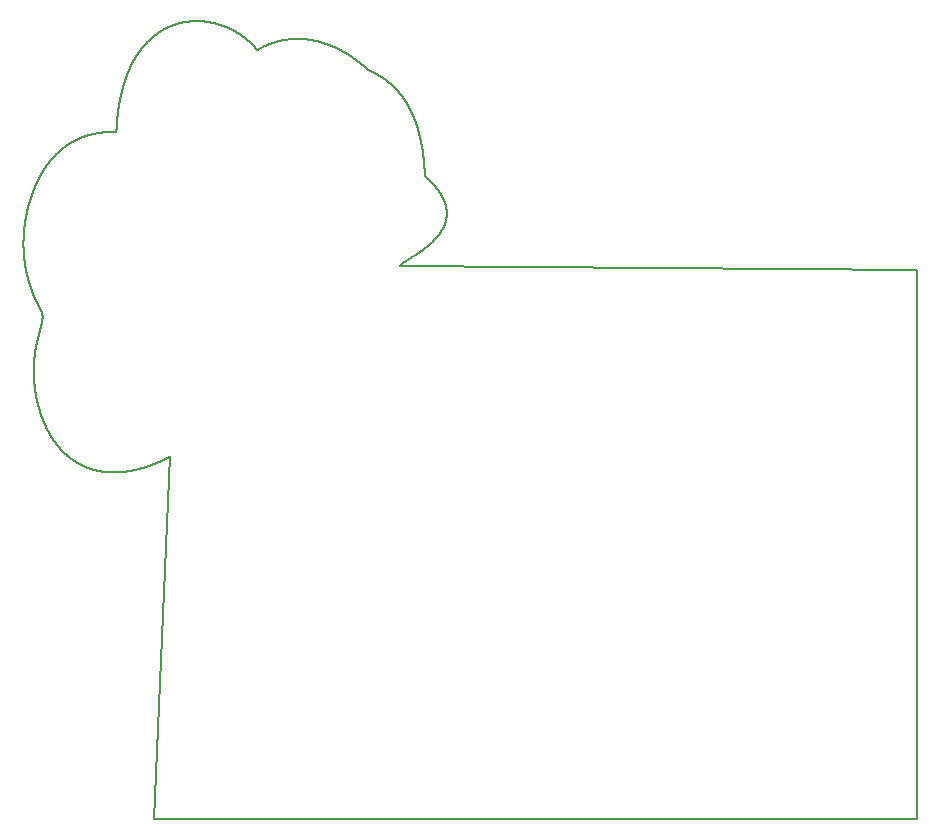
<source format=gbr>
%TF.GenerationSoftware,KiCad,Pcbnew,9.0.7*%
%TF.CreationDate,2026-03-30T14:09:55-04:00*%
%TF.ProjectId,week06-assignment,7765656b-3036-42d6-9173-7369676e6d65,rev?*%
%TF.SameCoordinates,Original*%
%TF.FileFunction,Profile,NP*%
%FSLAX46Y46*%
G04 Gerber Fmt 4.6, Leading zero omitted, Abs format (unit mm)*
G04 Created by KiCad (PCBNEW 9.0.7) date 2026-03-30 14:09:55*
%MOMM*%
%LPD*%
G01*
G04 APERTURE LIST*
%ADD10C,0.180000*%
%TA.AperFunction,Profile*%
%ADD11C,0.180000*%
%TD*%
G04 APERTURE END LIST*
D10*
X115023700Y-99222400D02*
X115007447Y-99230851D01*
X114991205Y-99239274D01*
X114974982Y-99247664D01*
X114958771Y-99256026D01*
X114942577Y-99264356D01*
X114926396Y-99272658D01*
X114910233Y-99280927D01*
X114894081Y-99289169D01*
X114877947Y-99297378D01*
X114861826Y-99305560D01*
X114845722Y-99313709D01*
X114829630Y-99321830D01*
X114813556Y-99329920D01*
X114797494Y-99337982D01*
X114781450Y-99346012D01*
X114765417Y-99354014D01*
X114749403Y-99361984D01*
X114733400Y-99369926D01*
X114717415Y-99377838D01*
X114701442Y-99385721D01*
X114685486Y-99393573D01*
X114669543Y-99401397D01*
X114653617Y-99409189D01*
X114637703Y-99416954D01*
X114621807Y-99424688D01*
X114605922Y-99432394D01*
X114590055Y-99440070D01*
X114574200Y-99447717D01*
X114558362Y-99455334D01*
X114542537Y-99462923D01*
X114526728Y-99470481D01*
X114510932Y-99478011D01*
X114495153Y-99485511D01*
X114479386Y-99492983D01*
X114463636Y-99500425D01*
X114447898Y-99507839D01*
X114432178Y-99515223D01*
X114416469Y-99522579D01*
X114400778Y-99529905D01*
X114385098Y-99537204D01*
X114369436Y-99544472D01*
X114353786Y-99551713D01*
X114338153Y-99558924D01*
X114322531Y-99566107D01*
X114306927Y-99573260D01*
X114291335Y-99580386D01*
X114275759Y-99587482D01*
X114260196Y-99594551D01*
X114244650Y-99601590D01*
X114229115Y-99608602D01*
X114213598Y-99615584D01*
X114198092Y-99622539D01*
X114182603Y-99629465D01*
X114167127Y-99636363D01*
X114151667Y-99643232D01*
X114136219Y-99650074D01*
X114120787Y-99656886D01*
X114105368Y-99663671D01*
X114089966Y-99670427D01*
X114074575Y-99677156D01*
X114059201Y-99683856D01*
X114043839Y-99690529D01*
X114028494Y-99697172D01*
X114013160Y-99703789D01*
X113997843Y-99710377D01*
X113982538Y-99716938D01*
X113967250Y-99723470D01*
X113951973Y-99729976D01*
X113936713Y-99736452D01*
X113921465Y-99742902D01*
X113906234Y-99749323D01*
X113891014Y-99755718D01*
X113875811Y-99762084D01*
X113860619Y-99768423D01*
X113845444Y-99774733D01*
X113830281Y-99781018D01*
X113815134Y-99787273D01*
X113799999Y-99793503D01*
X113784881Y-99799703D01*
X113769774Y-99805878D01*
X113754684Y-99812024D01*
X113739605Y-99818143D01*
X113724543Y-99824235D01*
X113709492Y-99830300D01*
X113694458Y-99836337D01*
X113679435Y-99842348D01*
X113664429Y-99848331D01*
X113649434Y-99854287D01*
X113634456Y-99860216D01*
X113619489Y-99866119D01*
X113604538Y-99871993D01*
X113589599Y-99877842D01*
X113574677Y-99883663D01*
X113559765Y-99889457D01*
X113544871Y-99895224D01*
X113529987Y-99900966D01*
X113515120Y-99906679D01*
X113500264Y-99912367D01*
X113485425Y-99918027D01*
X113470597Y-99923661D01*
X113455785Y-99929268D01*
X113440984Y-99934849D01*
X113426200Y-99940402D01*
X113411427Y-99945930D01*
X113396671Y-99951431D01*
X113381925Y-99956906D01*
X113367196Y-99962353D01*
X113352478Y-99967775D01*
X113337776Y-99973170D01*
X113323086Y-99978540D01*
X113308411Y-99983882D01*
X113293748Y-99989199D01*
X113279101Y-99994489D01*
X113264465Y-99999753D01*
X113249845Y-100004991D01*
X113235236Y-100010203D01*
X113220644Y-100015389D01*
X113206062Y-100020549D01*
X113191497Y-100025682D01*
X113176942Y-100030790D01*
X113162404Y-100035872D01*
X113147877Y-100040928D01*
X113133365Y-100045957D01*
X113118865Y-100050962D01*
X113104381Y-100055940D01*
X113089908Y-100060893D01*
X113075450Y-100065819D01*
X113061004Y-100070721D01*
X113046573Y-100075596D01*
X113032154Y-100080446D01*
X113017750Y-100085270D01*
X113003358Y-100090069D01*
X112988981Y-100094842D01*
X112974615Y-100099589D01*
X112960265Y-100104311D01*
X112945926Y-100109008D01*
X112931602Y-100113679D01*
X112917290Y-100118325D01*
X112902993Y-100122946D01*
X112888708Y-100127541D01*
X112874437Y-100132111D01*
X112860178Y-100136656D01*
X112845934Y-100141175D01*
X112831702Y-100145670D01*
X112817485Y-100150138D01*
X112803279Y-100154583D01*
X112789088Y-100159002D01*
X112774908Y-100163396D01*
X112760743Y-100167764D01*
X112746590Y-100172109D01*
X112732452Y-100176427D01*
X112718325Y-100180722D01*
X112704213Y-100184991D01*
X112690112Y-100189235D01*
X112676027Y-100193454D01*
X112661952Y-100197649D01*
X112647892Y-100201819D01*
X112633844Y-100205965D01*
X112619811Y-100210085D01*
X112605788Y-100214181D01*
X112591781Y-100218252D01*
X112577785Y-100222299D01*
X112563803Y-100226321D01*
X112549833Y-100230318D01*
X112535878Y-100234291D01*
X112521933Y-100238240D01*
X112508004Y-100242164D01*
X112494085Y-100246064D01*
X112480181Y-100249939D01*
X112466289Y-100253790D01*
X112452411Y-100257616D01*
X112438544Y-100261419D01*
X112424692Y-100265197D01*
X112410851Y-100268951D01*
X112397024Y-100272680D01*
X112383209Y-100276386D01*
X112369408Y-100280067D01*
X112355618Y-100283725D01*
X112341842Y-100287358D01*
X112328078Y-100290967D01*
X112314328Y-100294552D01*
X112300589Y-100298113D01*
X112286865Y-100301650D01*
X112273152Y-100305164D01*
X112259453Y-100308653D01*
X112245765Y-100312119D01*
X112232091Y-100315560D01*
X112218429Y-100318978D01*
X112204780Y-100322372D01*
X112191143Y-100325743D01*
X112177520Y-100329089D01*
X112163908Y-100332413D01*
X112150310Y-100335712D01*
X112136723Y-100338988D01*
X112123150Y-100342240D01*
X112109588Y-100345468D01*
X112096041Y-100348673D01*
X112082504Y-100351855D01*
X112068981Y-100355013D01*
X112055470Y-100358147D01*
X112041972Y-100361258D01*
X112028485Y-100364346D01*
X112015012Y-100367411D01*
X112001550Y-100370452D01*
X111988103Y-100373470D01*
X111974666Y-100376464D01*
X111961242Y-100379435D01*
X111947830Y-100382384D01*
X111934432Y-100385308D01*
X111921044Y-100388210D01*
X111907671Y-100391088D01*
X111894308Y-100393944D01*
X111880959Y-100396776D01*
X111867621Y-100399586D01*
X111854296Y-100402372D01*
X111840983Y-100405135D01*
X111827683Y-100407876D01*
X111814394Y-100410593D01*
X111801118Y-100413288D01*
X111787854Y-100415959D01*
X111774603Y-100418608D01*
X111761363Y-100421234D01*
X111748136Y-100423837D01*
X111734920Y-100426418D01*
X111721718Y-100428975D01*
X111708526Y-100431510D01*
X111695348Y-100434022D01*
X111682181Y-100436512D01*
X111669027Y-100438979D01*
X111655884Y-100441423D01*
X111642754Y-100443845D01*
X111629635Y-100446244D01*
X111616529Y-100448621D01*
X111603435Y-100450975D01*
X111590353Y-100453307D01*
X111577282Y-100455616D01*
X111564224Y-100457903D01*
X111551178Y-100460168D01*
X111538144Y-100462410D01*
X111525121Y-100464630D01*
X111512111Y-100466827D01*
X111499112Y-100469002D01*
X111486126Y-100471155D01*
X111473151Y-100473286D01*
X111460188Y-100475394D01*
X111447237Y-100477480D01*
X111434298Y-100479544D01*
X111421370Y-100481586D01*
X111408455Y-100483606D01*
X111395551Y-100485604D01*
X111382660Y-100487580D01*
X111369779Y-100489534D01*
X111356911Y-100491465D01*
X111344054Y-100493375D01*
X111331210Y-100495263D01*
X111318376Y-100497129D01*
X111305555Y-100498972D01*
X111292745Y-100500795D01*
X111279948Y-100502595D01*
X111267161Y-100504373D01*
X111254387Y-100506130D01*
X111241623Y-100507865D01*
X111228872Y-100509577D01*
X111216132Y-100511269D01*
X111203404Y-100512938D01*
X111190687Y-100514586D01*
X111177982Y-100516213D01*
X111165288Y-100517817D01*
X111152607Y-100519400D01*
X111139936Y-100520962D01*
X111127277Y-100522501D01*
X111114629Y-100524020D01*
X111101994Y-100525517D01*
X111089369Y-100526992D01*
X111076756Y-100528446D01*
X111064154Y-100529878D01*
X111051565Y-100531289D01*
X111038986Y-100532679D01*
X111026419Y-100534047D01*
X111013862Y-100535394D01*
X111001318Y-100536719D01*
X110988785Y-100538024D01*
X110976263Y-100539307D01*
X110963752Y-100540568D01*
X110951253Y-100541809D01*
X110938765Y-100543028D01*
X110926289Y-100544226D01*
X110913823Y-100545403D01*
X110901370Y-100546559D01*
X110888927Y-100547693D01*
X110876495Y-100548807D01*
X110864075Y-100549899D01*
X110851666Y-100550971D01*
X110839268Y-100552021D01*
X110826881Y-100553051D01*
X110814505Y-100554059D01*
X110802141Y-100555046D01*
X110789788Y-100556013D01*
X110777446Y-100556958D01*
X110765115Y-100557883D01*
X110752795Y-100558787D01*
X110740486Y-100559670D01*
X110728188Y-100560532D01*
X110715902Y-100561373D01*
X110703626Y-100562193D01*
X110691361Y-100562993D01*
X110679108Y-100563772D01*
X110666865Y-100564530D01*
X110654634Y-100565268D01*
X110642413Y-100565985D01*
X110630203Y-100566681D01*
X110618005Y-100567356D01*
X110605817Y-100568011D01*
X110593640Y-100568645D01*
X110581474Y-100569259D01*
X110569319Y-100569852D01*
X110557175Y-100570425D01*
X110545041Y-100570977D01*
X110532919Y-100571508D01*
X110520807Y-100572019D01*
X110508707Y-100572510D01*
X110496617Y-100572980D01*
X110484538Y-100573430D01*
X110472469Y-100573859D01*
X110460411Y-100574268D01*
X110448365Y-100574656D01*
X110436329Y-100575025D01*
X110424303Y-100575373D01*
X110412288Y-100575700D01*
X110400284Y-100576007D01*
X110388291Y-100576294D01*
X110376309Y-100576561D01*
X110364337Y-100576808D01*
X110352375Y-100577034D01*
X110340425Y-100577240D01*
X110328485Y-100577426D01*
X110316555Y-100577592D01*
X110304637Y-100577737D01*
X110292728Y-100577863D01*
X110280831Y-100577968D01*
X110268943Y-100578054D01*
X110257067Y-100578119D01*
X110245201Y-100578164D01*
X110233345Y-100578189D01*
X110221500Y-100578194D01*
X110209666Y-100578180D01*
X110197842Y-100578145D01*
X110186028Y-100578090D01*
X110174225Y-100578015D01*
X110162432Y-100577921D01*
X110150650Y-100577806D01*
X110138878Y-100577672D01*
X110127116Y-100577517D01*
X110115365Y-100577343D01*
X110103625Y-100577149D01*
X110091894Y-100576935D01*
X110080174Y-100576702D01*
X110068465Y-100576448D01*
X110056765Y-100576175D01*
X110045076Y-100575882D01*
X110033397Y-100575570D01*
X110021729Y-100575237D01*
X110010070Y-100574885D01*
X109998422Y-100574513D01*
X109986784Y-100574122D01*
X109975157Y-100573711D01*
X109963539Y-100573280D01*
X109951932Y-100572829D01*
X109940335Y-100572359D01*
X109928749Y-100571870D01*
X109917172Y-100571361D01*
X109905605Y-100570832D01*
X109894049Y-100570284D01*
X109882503Y-100569716D01*
X109870966Y-100569128D01*
X109859441Y-100568522D01*
X109847924Y-100567895D01*
X109836419Y-100567249D01*
X109824922Y-100566584D01*
X109813437Y-100565899D01*
X109801961Y-100565195D01*
X109790495Y-100564472D01*
X109779039Y-100563729D01*
X109767594Y-100562966D01*
X109756158Y-100562185D01*
X109744732Y-100561384D01*
X109733316Y-100560563D01*
X109721910Y-100559724D01*
X109710514Y-100558865D01*
X109699128Y-100557986D01*
X109687751Y-100557089D01*
X109676386Y-100556172D01*
X109665029Y-100555236D01*
X109653682Y-100554280D01*
X109642345Y-100553306D01*
X109631019Y-100552312D01*
X109619701Y-100551299D01*
X109608394Y-100550266D01*
X109597097Y-100549215D01*
X109585809Y-100548144D01*
X109574531Y-100547055D01*
X109563263Y-100545946D01*
X109552004Y-100544818D01*
X109540756Y-100543671D01*
X109529517Y-100542504D01*
X109518288Y-100541319D01*
X109507068Y-100540115D01*
X109495859Y-100538891D01*
X109484658Y-100537649D01*
X109473468Y-100536387D01*
X109462287Y-100535107D01*
X109451116Y-100533807D01*
X109439954Y-100532488D01*
X109428802Y-100531151D01*
X109417659Y-100529794D01*
X109406527Y-100528419D01*
X109395403Y-100527024D01*
X109384290Y-100525611D01*
X109373186Y-100524178D01*
X109362092Y-100522727D01*
X109351006Y-100521257D01*
X109339931Y-100519768D01*
X109328865Y-100518260D01*
X109317809Y-100516733D01*
X109306761Y-100515187D01*
X109295724Y-100513623D01*
X109284696Y-100512039D01*
X109273678Y-100510437D01*
X109262668Y-100508816D01*
X109251669Y-100507176D01*
X109240678Y-100505517D01*
X109229698Y-100503840D01*
X109218725Y-100502143D01*
X109207764Y-100500428D01*
X109196810Y-100498694D01*
X109185868Y-100496942D01*
X109174933Y-100495170D01*
X109164009Y-100493380D01*
X109153093Y-100491571D01*
X109142187Y-100489744D01*
X109131290Y-100487897D01*
X109120403Y-100486032D01*
X109109524Y-100484149D01*
X109098656Y-100482246D01*
X109087795Y-100480325D01*
X109076945Y-100478386D01*
X109066103Y-100476427D01*
X109055272Y-100474450D01*
X109044448Y-100472455D01*
X109033635Y-100470440D01*
X109022830Y-100468407D01*
X109012036Y-100466356D01*
X109001249Y-100464286D01*
X108990472Y-100462197D01*
X108979704Y-100460090D01*
X108968946Y-100457964D01*
X108958196Y-100455819D01*
X108947456Y-100453657D01*
X108926002Y-100449275D01*
X108904585Y-100444819D01*
X108883204Y-100440289D01*
X108861859Y-100435685D01*
X108840550Y-100431007D01*
X108819277Y-100426255D01*
X108798040Y-100421429D01*
X108776839Y-100416530D01*
X108755673Y-100411556D01*
X108734543Y-100406509D01*
X108713449Y-100401388D01*
X108692390Y-100396193D01*
X108671367Y-100390925D01*
X108650379Y-100385584D01*
X108629426Y-100380168D01*
X108608509Y-100374680D01*
X108587626Y-100369118D01*
X108566779Y-100363482D01*
X108545966Y-100357773D01*
X108525189Y-100351991D01*
X108504446Y-100346136D01*
X108483738Y-100340207D01*
X108463064Y-100334205D01*
X108442426Y-100328130D01*
X108421821Y-100321981D01*
X108401251Y-100315760D01*
X108380716Y-100309465D01*
X108360215Y-100303097D01*
X108339748Y-100296657D01*
X108319315Y-100290143D01*
X108298917Y-100283556D01*
X108278552Y-100276896D01*
X108258222Y-100270163D01*
X108237925Y-100263358D01*
X108217663Y-100256479D01*
X108197434Y-100249527D01*
X108177239Y-100242502D01*
X108157077Y-100235405D01*
X108136949Y-100228234D01*
X108116855Y-100220991D01*
X108096795Y-100213675D01*
X108076767Y-100206285D01*
X108056773Y-100198823D01*
X108036813Y-100191288D01*
X108016886Y-100183681D01*
X107996992Y-100176000D01*
X107977131Y-100168246D01*
X107957303Y-100160420D01*
X107937509Y-100152520D01*
X107917747Y-100144548D01*
X107898019Y-100136503D01*
X107878324Y-100128385D01*
X107858661Y-100120194D01*
X107839031Y-100111930D01*
X107819434Y-100103593D01*
X107799870Y-100095184D01*
X107780339Y-100086701D01*
X107760840Y-100078145D01*
X107741374Y-100069517D01*
X107721941Y-100060815D01*
X107702540Y-100052040D01*
X107683172Y-100043193D01*
X107663836Y-100034272D01*
X107644533Y-100025278D01*
X107625262Y-100016211D01*
X107606023Y-100007072D01*
X107586817Y-99997858D01*
X107567644Y-99988572D01*
X107548502Y-99979213D01*
X107529393Y-99969780D01*
X107510316Y-99960274D01*
X107491272Y-99950695D01*
X107472260Y-99941043D01*
X107453279Y-99931317D01*
X107434331Y-99921518D01*
X107415416Y-99911646D01*
X107396532Y-99901700D01*
X107377680Y-99891681D01*
X107358861Y-99881588D01*
X107340074Y-99871422D01*
X107321318Y-99861182D01*
X107302595Y-99850869D01*
X107283904Y-99840482D01*
X107265245Y-99830021D01*
X107246618Y-99819486D01*
X107228023Y-99808878D01*
X107209460Y-99798196D01*
X107190929Y-99787441D01*
X107172429Y-99776611D01*
X107153962Y-99765707D01*
X107135527Y-99754730D01*
X107117124Y-99743678D01*
X107098753Y-99732553D01*
X107080414Y-99721353D01*
X107062107Y-99710079D01*
X107043832Y-99698731D01*
X107025589Y-99687309D01*
X107007377Y-99675812D01*
X106989198Y-99664242D01*
X106971051Y-99652596D01*
X106952936Y-99640877D01*
X106934853Y-99629082D01*
X106916802Y-99617214D01*
X106898784Y-99605270D01*
X106880797Y-99593252D01*
X106862842Y-99581159D01*
X106844920Y-99568992D01*
X106827029Y-99556750D01*
X106809171Y-99544433D01*
X106791345Y-99532040D01*
X106773552Y-99519573D01*
X106755790Y-99507031D01*
X106738061Y-99494414D01*
X106720364Y-99481722D01*
X106702699Y-99468954D01*
X106685067Y-99456111D01*
X106667467Y-99443193D01*
X106649900Y-99430200D01*
X106632365Y-99417131D01*
X106614862Y-99403986D01*
X106597392Y-99390766D01*
X106579955Y-99377471D01*
X106562550Y-99364099D01*
X106545178Y-99350652D01*
X106527839Y-99337129D01*
X106510532Y-99323531D01*
X106493259Y-99309856D01*
X106476018Y-99296105D01*
X106458810Y-99282279D01*
X106441635Y-99268376D01*
X106424492Y-99254397D01*
X106407383Y-99240342D01*
X106390307Y-99226211D01*
X106373265Y-99212003D01*
X106356255Y-99197719D01*
X106339279Y-99183358D01*
X106322336Y-99168921D01*
X106305426Y-99154407D01*
X106288550Y-99139817D01*
X106271708Y-99125150D01*
X106254899Y-99110406D01*
X106238124Y-99095585D01*
X106221382Y-99080688D01*
X106204675Y-99065713D01*
X106188001Y-99050662D01*
X106171361Y-99035533D01*
X106154756Y-99020328D01*
X106138184Y-99005045D01*
X106121647Y-98989685D01*
X106105144Y-98974247D01*
X106088675Y-98958733D01*
X106072241Y-98943141D01*
X106055841Y-98927471D01*
X106039476Y-98911724D01*
X106023146Y-98895900D01*
X106006850Y-98879997D01*
X105990589Y-98864017D01*
X105974364Y-98847960D01*
X105958173Y-98831825D01*
X105942018Y-98815611D01*
X105925898Y-98799320D01*
X105909813Y-98782951D01*
X105893764Y-98766504D01*
X105877750Y-98749979D01*
X105861772Y-98733376D01*
X105845830Y-98716695D01*
X105829924Y-98699936D01*
X105814053Y-98683098D01*
X105798219Y-98666182D01*
X105782421Y-98649188D01*
X105766660Y-98632116D01*
X105750935Y-98614965D01*
X105735246Y-98597735D01*
X105719595Y-98580428D01*
X105703980Y-98563041D01*
X105688402Y-98545577D01*
X105672861Y-98528033D01*
X105657357Y-98510411D01*
X105641891Y-98492711D01*
X105626462Y-98474931D01*
X105611070Y-98457073D01*
X105595717Y-98439136D01*
X105580401Y-98421121D01*
X105565123Y-98403027D01*
X105549883Y-98384853D01*
X105534681Y-98366602D01*
X105519518Y-98348271D01*
X105504394Y-98329861D01*
X105489308Y-98311372D01*
X105474260Y-98292805D01*
X105459252Y-98274158D01*
X105444283Y-98255433D01*
X105429353Y-98236628D01*
X105414463Y-98217745D01*
X105399612Y-98198782D01*
X105384800Y-98179741D01*
X105370029Y-98160620D01*
X105355298Y-98141421D01*
X105340606Y-98122142D01*
X105325955Y-98102785D01*
X105311345Y-98083348D01*
X105296775Y-98063832D01*
X105282246Y-98044238D01*
X105267758Y-98024564D01*
X105253311Y-98004811D01*
X105238905Y-97984979D01*
X105224541Y-97965069D01*
X105210219Y-97945079D01*
X105195938Y-97925010D01*
X105181699Y-97904863D01*
X105167502Y-97884636D01*
X105153348Y-97864331D01*
X105139236Y-97843947D01*
X105125167Y-97823483D01*
X105111141Y-97802942D01*
X105097157Y-97782321D01*
X105083217Y-97761621D01*
X105069321Y-97740843D01*
X105055467Y-97719986D01*
X105041658Y-97699051D01*
X105027893Y-97678036D01*
X105014172Y-97656944D01*
X105000495Y-97635773D01*
X104986862Y-97614523D01*
X104973275Y-97593195D01*
X104959732Y-97571789D01*
X104946234Y-97550304D01*
X104932782Y-97528741D01*
X104919375Y-97507100D01*
X104906014Y-97485381D01*
X104892699Y-97463584D01*
X104879430Y-97441709D01*
X104866207Y-97419756D01*
X104853031Y-97397725D01*
X104839901Y-97375617D01*
X104826818Y-97353431D01*
X104813783Y-97331167D01*
X104800794Y-97308826D01*
X104787854Y-97286408D01*
X104774961Y-97263913D01*
X104762116Y-97241340D01*
X104749319Y-97218690D01*
X104736571Y-97195964D01*
X104723871Y-97173160D01*
X104711220Y-97150280D01*
X104698618Y-97127324D01*
X104686065Y-97104291D01*
X104673562Y-97081181D01*
X104661109Y-97057995D01*
X104648705Y-97034734D01*
X104636352Y-97011396D01*
X104624049Y-96987983D01*
X104611796Y-96964493D01*
X104599594Y-96940929D01*
X104587444Y-96917289D01*
X104575344Y-96893574D01*
X104563296Y-96869783D01*
X104551300Y-96845918D01*
X104539356Y-96821978D01*
X104527464Y-96797964D01*
X104515624Y-96773875D01*
X104503837Y-96749712D01*
X104492103Y-96725475D01*
X104480422Y-96701165D01*
X104468794Y-96676780D01*
X104457220Y-96652322D01*
X104445700Y-96627791D01*
X104434234Y-96603187D01*
X104422822Y-96578510D01*
X104411464Y-96553760D01*
X104400161Y-96528938D01*
X104388914Y-96504043D01*
X104377721Y-96479077D01*
X104366584Y-96454039D01*
X104355503Y-96428929D01*
X104344477Y-96403748D01*
X104333508Y-96378496D01*
X104322595Y-96353173D01*
X104311739Y-96327780D01*
X104300940Y-96302316D01*
X104290198Y-96276783D01*
X104279513Y-96251179D01*
X104268886Y-96225506D01*
X104258317Y-96199764D01*
X104247806Y-96173952D01*
X104237354Y-96148072D01*
X104226959Y-96122124D01*
X104216624Y-96096107D01*
X104206348Y-96070023D01*
X104196132Y-96043871D01*
X104185974Y-96017651D01*
X104175877Y-95991365D01*
X104165840Y-95965013D01*
X104155863Y-95938593D01*
X104145947Y-95912108D01*
X104136091Y-95885558D01*
X104126297Y-95858942D01*
X104116564Y-95832261D01*
X104106892Y-95805515D01*
X104097282Y-95778705D01*
X104087734Y-95751831D01*
X104078249Y-95724893D01*
X104068826Y-95697893D01*
X104059466Y-95670829D01*
X104050168Y-95643703D01*
X104040935Y-95616515D01*
X104031764Y-95589265D01*
X104022657Y-95561953D01*
X104013615Y-95534581D01*
X104004636Y-95507148D01*
X103995722Y-95479655D01*
X103986872Y-95452102D01*
X103978088Y-95424490D01*
X103969369Y-95396819D01*
X103960715Y-95369089D01*
X103952126Y-95341301D01*
X103943604Y-95313456D01*
X103935148Y-95285553D01*
X103926758Y-95257594D01*
X103918435Y-95229578D01*
X103910178Y-95201506D01*
X103901989Y-95173379D01*
X103893867Y-95145197D01*
X103885812Y-95116961D01*
X103877825Y-95088670D01*
X103869906Y-95060326D01*
X103862056Y-95031929D01*
X103854273Y-95003479D01*
X103846560Y-94974977D01*
X103838915Y-94946423D01*
X103831339Y-94917819D01*
X103823833Y-94889163D01*
X103816397Y-94860458D01*
X103809030Y-94831703D01*
X103801733Y-94802899D01*
X103794506Y-94774047D01*
X103787350Y-94745146D01*
X103780264Y-94716198D01*
X103773249Y-94687203D01*
X103766305Y-94658162D01*
X103759433Y-94629075D01*
X103752632Y-94599942D01*
X103745903Y-94570765D01*
X103739245Y-94541544D01*
X103732660Y-94512279D01*
X103726147Y-94482971D01*
X103719706Y-94453621D01*
X103713338Y-94424229D01*
X103707043Y-94394796D01*
X103700822Y-94365322D01*
X103694673Y-94335808D01*
X103688598Y-94306254D01*
X103682597Y-94276662D01*
X103676669Y-94247032D01*
X103670815Y-94217363D01*
X103665036Y-94187658D01*
X103659331Y-94157917D01*
X103653701Y-94128139D01*
X103648145Y-94098327D01*
X103642665Y-94068480D01*
X103637259Y-94038599D01*
X103631929Y-94008685D01*
X103626674Y-93978739D01*
X103621495Y-93948760D01*
X103616391Y-93918751D01*
X103611364Y-93888711D01*
X103606412Y-93858641D01*
X103601537Y-93828541D01*
X103596738Y-93798414D01*
X103592016Y-93768258D01*
X103587370Y-93738075D01*
X103582802Y-93707866D01*
X103578310Y-93677630D01*
X103573895Y-93647370D01*
X103569558Y-93617085D01*
X103565298Y-93586777D01*
X103561115Y-93556445D01*
X103557011Y-93526091D01*
X103552984Y-93495716D01*
X103549034Y-93465320D01*
X103545163Y-93434903D01*
X103541370Y-93404467D01*
X103537656Y-93374012D01*
X103534020Y-93343540D01*
X103530462Y-93313050D01*
X103526983Y-93282543D01*
X103523582Y-93252021D01*
X103520260Y-93221483D01*
X103517017Y-93190932D01*
X103513854Y-93160366D01*
X103510769Y-93129788D01*
X103507763Y-93099198D01*
X103504837Y-93068596D01*
X103501990Y-93037984D01*
X103499222Y-93007362D01*
X103496534Y-92976730D01*
X103493926Y-92946091D01*
X103491397Y-92915444D01*
X103488948Y-92884790D01*
X103486578Y-92854130D01*
X103484288Y-92823465D01*
X103482079Y-92792795D01*
X103479949Y-92762121D01*
X103477899Y-92731445D01*
X103475929Y-92700766D01*
X103474039Y-92670086D01*
X103472229Y-92639405D01*
X103470500Y-92608725D01*
X103468850Y-92578045D01*
X103467281Y-92547367D01*
X103465792Y-92516691D01*
X103464383Y-92486019D01*
X103463709Y-92470684D01*
X103463054Y-92455350D01*
X103462420Y-92440018D01*
X103461806Y-92424687D01*
X103461212Y-92409357D01*
X103460638Y-92394029D01*
X103460084Y-92378702D01*
X103459550Y-92363377D01*
X103459037Y-92348054D01*
X103458543Y-92332733D01*
X103458069Y-92317413D01*
X103457616Y-92302096D01*
X103457182Y-92286781D01*
X103456769Y-92271468D01*
X103456376Y-92256158D01*
X103456002Y-92240850D01*
X103455649Y-92225545D01*
X103455316Y-92210242D01*
X103455003Y-92194942D01*
X103454710Y-92179645D01*
X103454437Y-92164351D01*
X103454184Y-92149060D01*
X103453951Y-92133772D01*
X103453738Y-92118487D01*
X103453546Y-92103206D01*
X103453373Y-92087928D01*
X103453220Y-92072654D01*
X103453088Y-92057383D01*
X103452975Y-92042116D01*
X103452882Y-92026853D01*
X103452810Y-92011594D01*
X103452757Y-91996339D01*
X103452725Y-91981088D01*
X103452712Y-91965841D01*
X103452720Y-91950599D01*
X103452747Y-91935360D01*
X103452795Y-91920127D01*
X103452862Y-91904898D01*
X103452950Y-91889674D01*
X103453057Y-91874454D01*
X103453184Y-91859240D01*
X103453332Y-91844030D01*
X103453499Y-91828827D01*
X103453686Y-91813627D01*
X103453894Y-91798434D01*
X103454121Y-91783245D01*
X103454368Y-91768062D01*
X103454635Y-91752884D01*
X103454921Y-91737713D01*
X103455228Y-91722547D01*
X103455555Y-91707387D01*
X103455901Y-91692233D01*
X103456268Y-91677085D01*
X103456654Y-91661943D01*
X103457060Y-91646808D01*
X103457486Y-91631678D01*
X103457932Y-91616556D01*
X103458397Y-91601439D01*
X103458882Y-91586330D01*
X103459388Y-91571226D01*
X103459913Y-91556131D01*
X103460457Y-91541041D01*
X103461022Y-91525960D01*
X103461606Y-91510884D01*
X103462210Y-91495817D01*
X103462834Y-91480756D01*
X103463477Y-91465704D01*
X103464140Y-91450657D01*
X103464823Y-91435620D01*
X103465525Y-91420589D01*
X103466247Y-91405568D01*
X103466989Y-91390552D01*
X103467750Y-91375546D01*
X103468532Y-91360546D01*
X103469332Y-91345557D01*
X103470152Y-91330574D01*
X103470992Y-91315601D01*
X103471851Y-91300634D01*
X103472730Y-91285678D01*
X103473629Y-91270729D01*
X103474547Y-91255790D01*
X103475484Y-91240858D01*
X103476441Y-91225937D01*
X103477417Y-91211023D01*
X103478413Y-91196120D01*
X103479429Y-91181224D01*
X103480463Y-91166340D01*
X103481517Y-91151462D01*
X103482591Y-91136597D01*
X103483684Y-91121738D01*
X103484796Y-91106892D01*
X103485927Y-91092052D01*
X103487078Y-91077226D01*
X103488248Y-91062406D01*
X103489438Y-91047599D01*
X103490646Y-91032799D01*
X103491874Y-91018013D01*
X103493121Y-91003233D01*
X103494388Y-90988467D01*
X103495673Y-90973708D01*
X103496978Y-90958963D01*
X103498302Y-90944226D01*
X103499645Y-90929502D01*
X103501007Y-90914785D01*
X103502388Y-90900083D01*
X103503788Y-90885389D01*
X103505207Y-90870709D01*
X103506646Y-90856036D01*
X103508103Y-90841378D01*
X103509579Y-90826728D01*
X103511074Y-90812093D01*
X103512589Y-90797466D01*
X103514122Y-90782854D01*
X103515674Y-90768249D01*
X103517244Y-90753661D01*
X103518834Y-90739080D01*
X103520443Y-90724515D01*
X103522070Y-90709958D01*
X103523716Y-90695417D01*
X103525381Y-90680884D01*
X103527065Y-90666368D01*
X103528767Y-90651859D01*
X103530488Y-90637367D01*
X103532228Y-90622884D01*
X103533986Y-90608417D01*
X103535763Y-90593958D01*
X103537559Y-90579517D01*
X103539373Y-90565084D01*
X103541205Y-90550668D01*
X103543057Y-90536261D01*
X103544926Y-90521871D01*
X103546815Y-90507490D01*
X103548721Y-90493126D01*
X103550646Y-90478771D01*
X103552589Y-90464435D01*
X103554551Y-90450106D01*
X103556531Y-90435796D01*
X103558530Y-90421495D01*
X103560546Y-90407213D01*
X103562582Y-90392939D01*
X103564635Y-90378684D01*
X103566706Y-90364438D01*
X103568796Y-90350211D01*
X103570904Y-90335993D01*
X103573029Y-90321794D01*
X103575174Y-90307604D01*
X103577336Y-90293433D01*
X103579516Y-90279272D01*
X103581714Y-90265130D01*
X103583931Y-90250998D01*
X103586164Y-90236885D01*
X103588417Y-90222782D01*
X103590686Y-90208699D01*
X103592975Y-90194625D01*
X103595280Y-90180571D01*
X103597604Y-90166527D01*
X103599945Y-90152503D01*
X103602304Y-90138489D01*
X103604681Y-90124496D01*
X103607076Y-90110512D01*
X103609488Y-90096549D01*
X103611918Y-90082596D01*
X103614365Y-90068664D01*
X103616831Y-90054742D01*
X103619313Y-90040841D01*
X103621814Y-90026950D01*
X103624331Y-90013081D01*
X103626867Y-89999221D01*
X103629419Y-89985383D01*
X103631989Y-89971555D01*
X103634576Y-89957749D01*
X103637181Y-89943953D01*
X103639803Y-89930179D01*
X103642443Y-89916416D01*
X103645099Y-89902674D01*
X103647773Y-89888943D01*
X103650464Y-89875235D01*
X103653173Y-89861537D01*
X103655897Y-89847861D01*
X103658641Y-89834196D01*
X103661399Y-89820553D01*
X103664177Y-89806921D01*
X103666970Y-89793312D01*
X103669781Y-89779714D01*
X103672608Y-89766138D01*
X103675453Y-89752574D01*
X103678313Y-89739032D01*
X103681192Y-89725502D01*
X103684086Y-89711995D01*
X103686999Y-89698499D01*
X103689926Y-89685026D01*
X103692872Y-89671564D01*
X103695833Y-89658126D01*
X103698813Y-89644700D01*
X103701807Y-89631296D01*
X103704819Y-89617905D01*
X103707847Y-89604537D01*
X103710892Y-89591180D01*
X103713953Y-89577848D01*
X103717031Y-89564527D01*
X103720125Y-89551230D01*
X103723236Y-89537945D01*
X103726362Y-89524684D01*
X103729506Y-89511434D01*
X103732664Y-89498209D01*
X103735841Y-89484996D01*
X103739032Y-89471807D01*
X103742241Y-89458631D01*
X103745464Y-89445479D01*
X103748705Y-89432338D01*
X103751961Y-89419223D01*
X103755234Y-89406119D01*
X103758522Y-89393041D01*
X103761827Y-89379975D01*
X103765146Y-89366933D01*
X103768483Y-89353904D01*
X103771835Y-89340900D01*
X103775203Y-89327908D01*
X103775700Y-89326000D01*
D11*
X178212000Y-129923300D02*
X113654400Y-129923300D01*
D10*
X103775700Y-89326000D02*
X103793243Y-89258574D01*
X103810383Y-89192600D01*
X103824547Y-89137997D01*
X103838426Y-89084403D01*
X103850590Y-89037346D01*
X103862529Y-88991075D01*
X103873294Y-88949273D01*
X103883870Y-88908120D01*
X103893568Y-88870299D01*
X103903102Y-88833031D01*
X103911945Y-88798384D01*
X103920643Y-88764219D01*
X103928776Y-88732190D01*
X103936779Y-88700589D01*
X103944309Y-88670775D01*
X103951721Y-88641344D01*
X103958727Y-88613439D01*
X103965625Y-88585880D01*
X103972172Y-88559644D01*
X103978618Y-88533724D01*
X103984755Y-88508964D01*
X103990798Y-88484496D01*
X103996567Y-88461055D01*
X104002249Y-88437884D01*
X104007684Y-88415632D01*
X104013037Y-88393629D01*
X104018168Y-88372456D01*
X104023222Y-88351514D01*
X104028073Y-88331323D01*
X104032852Y-88311349D01*
X104037446Y-88292060D01*
X104041971Y-88272975D01*
X104046326Y-88254516D01*
X104050616Y-88236248D01*
X104054749Y-88218557D01*
X104058820Y-88201046D01*
X104062746Y-88184068D01*
X104066612Y-88167259D01*
X104070343Y-88150944D01*
X104074018Y-88134789D01*
X104077567Y-88119092D01*
X104081062Y-88103548D01*
X104084439Y-88088430D01*
X104087764Y-88073457D01*
X104090980Y-88058883D01*
X104094145Y-88044445D01*
X104097207Y-88030381D01*
X104100220Y-88016448D01*
X104103137Y-88002865D01*
X104106007Y-87989405D01*
X104108785Y-87976275D01*
X104111519Y-87963264D01*
X104114166Y-87950562D01*
X104116769Y-87937974D01*
X104119292Y-87925677D01*
X104121772Y-87913489D01*
X104124175Y-87901576D01*
X104126536Y-87889767D01*
X104128825Y-87878219D01*
X104131074Y-87866770D01*
X104133254Y-87855567D01*
X104135395Y-87844460D01*
X104137471Y-87833586D01*
X104139508Y-87822803D01*
X104141483Y-87812243D01*
X104143422Y-87801769D01*
X104145301Y-87791507D01*
X104147144Y-87781328D01*
X104148930Y-87771350D01*
X104150682Y-87761452D01*
X104152379Y-87751746D01*
X104154043Y-87742116D01*
X104155655Y-87732668D01*
X104157233Y-87723294D01*
X104158763Y-87714094D01*
X104160260Y-87704965D01*
X104161709Y-87696001D01*
X104163127Y-87687106D01*
X104164500Y-87678369D01*
X104165842Y-87669697D01*
X104167140Y-87661177D01*
X104168408Y-87652720D01*
X104169635Y-87644407D01*
X104170832Y-87636155D01*
X104171989Y-87628041D01*
X104173117Y-87619986D01*
X104174207Y-87612062D01*
X104175268Y-87604196D01*
X104176292Y-87596455D01*
X104177289Y-87588769D01*
X104178250Y-87581204D01*
X104179184Y-87573692D01*
X104180083Y-87566295D01*
X104180956Y-87558949D01*
X104181796Y-87551714D01*
X104182609Y-87544528D01*
X104183391Y-87537447D01*
X104184147Y-87530415D01*
X104184872Y-87523484D01*
X104185572Y-87516599D01*
X104186243Y-87509810D01*
X104186888Y-87503067D01*
X104187505Y-87496416D01*
X104188097Y-87489809D01*
X104188662Y-87483290D01*
X104189202Y-87476813D01*
X104189716Y-87470421D01*
X104190206Y-87464070D01*
X104190669Y-87457800D01*
X104191110Y-87451570D01*
X104191525Y-87445417D01*
X104191918Y-87439302D01*
X104192285Y-87433262D01*
X104192631Y-87427259D01*
X104192952Y-87421327D01*
X104193251Y-87415431D01*
X104193527Y-87409603D01*
X104193781Y-87403809D01*
X104194012Y-87398081D01*
X104194222Y-87392387D01*
X104194409Y-87386754D01*
X104194575Y-87381154D01*
X104194720Y-87375614D01*
X104194843Y-87370105D01*
X104194946Y-87364654D01*
X104195028Y-87359232D01*
X104195089Y-87353865D01*
X104195129Y-87348528D01*
X104195149Y-87343242D01*
X104195149Y-87337985D01*
X104195129Y-87332777D01*
X104195090Y-87327597D01*
X104195030Y-87322464D01*
X104194951Y-87317357D01*
X104194852Y-87312296D01*
X104194734Y-87307260D01*
X104194597Y-87302267D01*
X104194441Y-87297299D01*
X104194266Y-87292371D01*
X104194072Y-87287467D01*
X104193859Y-87282602D01*
X104193628Y-87277760D01*
X104193378Y-87272954D01*
X104193109Y-87268171D01*
X104192822Y-87263422D01*
X104192516Y-87258695D01*
X104192193Y-87254000D01*
X104191851Y-87249326D01*
X104191491Y-87244682D01*
X104191112Y-87240059D01*
X104190716Y-87235463D01*
X104190301Y-87230888D01*
X104189869Y-87226339D01*
X104189419Y-87221809D01*
X104188951Y-87217303D01*
X104188464Y-87212815D01*
X104187960Y-87208350D01*
X104187438Y-87203903D01*
X104186898Y-87199477D01*
X104186341Y-87195067D01*
X104185765Y-87190676D01*
X104185172Y-87186302D01*
X104184560Y-87181945D01*
X104183931Y-87177603D01*
X104183284Y-87173277D01*
X104182618Y-87168966D01*
X104181935Y-87164667D01*
X104181234Y-87160384D01*
X104180514Y-87156112D01*
X104179777Y-87151855D01*
X104178247Y-87143371D01*
X104176643Y-87134929D01*
X104174965Y-87126524D01*
X104173213Y-87118151D01*
X104171384Y-87109805D01*
X104169478Y-87101480D01*
X104167495Y-87093171D01*
X104165432Y-87084874D01*
X104163288Y-87076582D01*
X104161062Y-87068291D01*
X104158753Y-87059994D01*
X104156357Y-87051686D01*
X104153873Y-87043361D01*
X104151299Y-87035013D01*
X104148632Y-87026634D01*
X104145870Y-87018219D01*
X104143010Y-87009759D01*
X104140048Y-87001248D01*
X104136981Y-86992678D01*
X104133805Y-86984040D01*
X104130515Y-86975324D01*
X104127108Y-86966523D01*
X104123579Y-86957625D01*
X104119920Y-86948619D01*
X104116127Y-86939493D01*
X104112193Y-86930234D01*
X104108109Y-86920828D01*
X104103868Y-86911259D01*
X104099460Y-86901509D01*
X104094873Y-86891558D01*
X104090097Y-86881386D01*
X104085117Y-86870966D01*
X104079917Y-86860270D01*
X104074479Y-86849266D01*
X104068781Y-86837915D01*
X104062797Y-86826172D01*
X104056497Y-86813983D01*
X104049844Y-86801283D01*
X104042791Y-86787990D01*
X104035280Y-86774001D01*
X104027233Y-86759181D01*
X104018548Y-86743350D01*
X104009078Y-86726249D01*
X103998602Y-86707492D01*
X103986756Y-86686440D01*
X103972850Y-86661879D01*
X103955180Y-86630816D01*
X103943608Y-86610510D01*
X103924583Y-86577117D01*
X103914837Y-86559979D01*
X103904936Y-86542533D01*
X103894883Y-86524766D01*
X103884676Y-86506669D01*
X103874319Y-86488229D01*
X103863811Y-86469437D01*
X103853153Y-86450280D01*
X103842347Y-86430748D01*
X103831393Y-86410829D01*
X103820292Y-86390514D01*
X103809046Y-86369790D01*
X103797655Y-86348647D01*
X103791905Y-86337914D01*
X103786120Y-86327073D01*
X103780299Y-86316121D01*
X103774442Y-86305058D01*
X103768550Y-86293881D01*
X103762623Y-86282590D01*
X103756660Y-86271183D01*
X103750662Y-86259659D01*
X103744629Y-86248016D01*
X103738562Y-86236253D01*
X103732459Y-86224369D01*
X103726322Y-86212361D01*
X103720151Y-86200230D01*
X103713945Y-86187973D01*
X103707704Y-86175589D01*
X103701430Y-86163077D01*
X103695122Y-86150436D01*
X103688779Y-86137663D01*
X103682403Y-86124757D01*
X103675993Y-86111718D01*
X103669550Y-86098544D01*
X103663073Y-86085233D01*
X103656563Y-86071784D01*
X103650019Y-86058196D01*
X103643443Y-86044467D01*
X103636834Y-86030595D01*
X103630191Y-86016581D01*
X103623517Y-86002421D01*
X103616809Y-85988115D01*
X103610069Y-85973662D01*
X103603297Y-85959060D01*
X103596492Y-85944307D01*
X103589655Y-85929402D01*
X103582787Y-85914344D01*
X103575886Y-85899132D01*
X103568954Y-85883764D01*
X103561990Y-85868238D01*
X103554994Y-85852554D01*
X103547967Y-85836710D01*
X103540909Y-85820704D01*
X103533820Y-85804535D01*
X103526699Y-85788202D01*
X103519548Y-85771704D01*
X103512366Y-85755039D01*
X103505153Y-85738205D01*
X103497910Y-85721202D01*
X103490636Y-85704027D01*
X103483332Y-85686680D01*
X103475997Y-85669159D01*
X103468633Y-85651463D01*
X103461238Y-85633590D01*
X103453814Y-85615539D01*
X103446360Y-85597309D01*
X103438877Y-85578898D01*
X103431364Y-85560305D01*
X103423821Y-85541528D01*
X103416249Y-85522567D01*
X103408649Y-85503419D01*
X103401019Y-85484083D01*
X103393360Y-85464559D01*
X103385673Y-85444844D01*
X103377957Y-85424937D01*
X103370212Y-85404837D01*
X103362439Y-85384542D01*
X103354638Y-85364052D01*
X103346808Y-85343364D01*
X103338951Y-85322477D01*
X103331065Y-85301390D01*
X103323152Y-85280102D01*
X103315211Y-85258611D01*
X103307242Y-85236916D01*
X103299246Y-85215015D01*
X103291223Y-85192907D01*
X103283172Y-85170590D01*
X103275095Y-85148064D01*
X103266990Y-85125327D01*
X103258859Y-85102377D01*
X103250701Y-85079214D01*
X103242516Y-85055835D01*
X103234305Y-85032239D01*
X103226067Y-85008425D01*
X103217803Y-84984392D01*
X103209513Y-84960138D01*
X103201197Y-84935662D01*
X103192855Y-84910962D01*
X103184487Y-84886038D01*
X103176094Y-84860887D01*
X103167675Y-84835508D01*
X103159231Y-84809900D01*
X103150761Y-84784062D01*
X103142266Y-84757992D01*
X103133746Y-84731689D01*
X103125202Y-84705151D01*
X103116632Y-84678377D01*
X103108038Y-84651366D01*
X103099419Y-84624115D01*
X103090776Y-84596625D01*
X103082108Y-84568894D01*
X103073416Y-84540919D01*
X103064700Y-84512700D01*
X103064700Y-84512700D02*
X103056271Y-84485197D01*
X103047910Y-84457645D01*
X103039619Y-84430045D01*
X103031396Y-84402397D01*
X103023243Y-84374701D01*
X103015159Y-84346957D01*
X103007144Y-84319166D01*
X102999199Y-84291327D01*
X102991323Y-84263441D01*
X102983518Y-84235508D01*
X102975782Y-84207529D01*
X102968117Y-84179503D01*
X102960522Y-84151431D01*
X102952997Y-84123313D01*
X102945543Y-84095149D01*
X102938159Y-84066939D01*
X102930846Y-84038684D01*
X102923604Y-84010384D01*
X102916434Y-83982039D01*
X102909334Y-83953649D01*
X102902306Y-83925215D01*
X102895349Y-83896737D01*
X102888464Y-83868215D01*
X102881650Y-83839649D01*
X102874908Y-83811040D01*
X102868239Y-83782388D01*
X102861641Y-83753692D01*
X102855116Y-83724955D01*
X102848663Y-83696174D01*
X102842282Y-83667352D01*
X102835975Y-83638488D01*
X102829740Y-83609582D01*
X102823577Y-83580635D01*
X102817488Y-83551646D01*
X102811472Y-83522617D01*
X102805530Y-83493548D01*
X102799660Y-83464438D01*
X102793865Y-83435289D01*
X102788143Y-83406100D01*
X102782494Y-83376871D01*
X102776920Y-83347604D01*
X102771420Y-83318298D01*
X102765993Y-83288953D01*
X102760641Y-83259570D01*
X102755364Y-83230150D01*
X102750161Y-83200692D01*
X102745033Y-83171196D01*
X102739979Y-83141664D01*
X102735000Y-83112096D01*
X102730097Y-83082491D01*
X102725268Y-83052850D01*
X102720514Y-83023174D01*
X102715836Y-82993462D01*
X102711234Y-82963715D01*
X102706707Y-82933934D01*
X102702255Y-82904119D01*
X102697880Y-82874270D01*
X102693580Y-82844387D01*
X102689357Y-82814471D01*
X102685209Y-82784522D01*
X102681138Y-82754540D01*
X102677143Y-82724527D01*
X102673225Y-82694482D01*
X102669383Y-82664405D01*
X102665617Y-82634297D01*
X102661929Y-82604158D01*
X102658317Y-82573989D01*
X102654782Y-82543791D01*
X102651325Y-82513562D01*
X102647944Y-82483305D01*
X102644641Y-82453018D01*
X102641415Y-82422703D01*
X102638267Y-82392360D01*
X102635196Y-82361990D01*
X102632202Y-82331592D01*
X102629287Y-82301167D01*
X102626449Y-82270716D01*
X102623689Y-82240239D01*
X102621007Y-82209736D01*
X102618403Y-82179208D01*
X102615877Y-82148655D01*
X102613430Y-82118077D01*
X102611061Y-82087476D01*
X102608770Y-82056851D01*
X102606558Y-82026202D01*
X102604424Y-81995531D01*
X102602369Y-81964838D01*
X102600392Y-81934123D01*
X102598494Y-81903386D01*
X102596675Y-81872628D01*
X102594935Y-81841850D01*
X102593274Y-81811051D01*
X102591692Y-81780233D01*
X102590189Y-81749395D01*
X102588765Y-81718539D01*
X102587421Y-81687664D01*
X102586155Y-81656771D01*
X102584969Y-81625861D01*
X102583863Y-81594934D01*
X102582836Y-81563990D01*
X102581888Y-81533030D01*
X102581020Y-81502055D01*
X102580231Y-81471064D01*
X102579522Y-81440059D01*
X102578893Y-81409039D01*
X102578343Y-81378006D01*
X102577873Y-81346959D01*
X102577483Y-81315900D01*
X102577173Y-81284828D01*
X102576943Y-81253745D01*
X102576792Y-81222650D01*
X102576722Y-81191544D01*
X102576731Y-81160428D01*
X102576820Y-81129302D01*
X102576990Y-81098167D01*
X102577239Y-81067023D01*
X102577569Y-81035870D01*
X102577978Y-81004709D01*
X102578468Y-80973542D01*
X102579037Y-80942367D01*
X102579687Y-80911186D01*
X102580417Y-80879999D01*
X102581227Y-80848807D01*
X102582117Y-80817609D01*
X102583088Y-80786408D01*
X102584138Y-80755203D01*
X102585269Y-80723994D01*
X102586479Y-80692783D01*
X102587770Y-80661569D01*
X102589141Y-80630354D01*
X102590592Y-80599137D01*
X102592123Y-80567920D01*
X102593735Y-80536703D01*
X102595426Y-80505486D01*
X102597197Y-80474270D01*
X102599048Y-80443055D01*
X102600980Y-80411843D01*
X102602991Y-80380633D01*
X102605082Y-80349426D01*
X102607254Y-80318222D01*
X102609505Y-80287023D01*
X102611836Y-80255829D01*
X102614246Y-80224639D01*
X102616737Y-80193456D01*
X102619307Y-80162278D01*
X102621957Y-80131108D01*
X102624687Y-80099945D01*
X102627496Y-80068790D01*
X102630384Y-80037643D01*
X102633353Y-80006506D01*
X102636400Y-79975378D01*
X102639527Y-79944260D01*
X102642733Y-79913153D01*
X102646019Y-79882057D01*
X102649384Y-79850973D01*
X102652827Y-79819901D01*
X102656350Y-79788842D01*
X102659952Y-79757797D01*
X102663633Y-79726766D01*
X102667392Y-79695749D01*
X102671230Y-79664748D01*
X102675147Y-79633762D01*
X102679143Y-79602792D01*
X102683217Y-79571840D01*
X102687369Y-79540904D01*
X102691600Y-79509987D01*
X102695908Y-79479088D01*
X102700295Y-79448208D01*
X102702518Y-79432775D01*
X102704760Y-79417348D01*
X102707022Y-79401925D01*
X102709303Y-79386508D01*
X102711604Y-79371095D01*
X102713923Y-79355688D01*
X102716263Y-79340286D01*
X102718622Y-79324890D01*
X102721000Y-79309499D01*
X102723398Y-79294114D01*
X102725815Y-79278734D01*
X102728251Y-79263360D01*
X102730707Y-79247992D01*
X102733181Y-79232629D01*
X102735676Y-79217273D01*
X102738189Y-79201922D01*
X102740722Y-79186577D01*
X102743274Y-79171239D01*
X102745846Y-79155906D01*
X102748436Y-79140580D01*
X102751046Y-79125260D01*
X102753675Y-79109947D01*
X102756323Y-79094640D01*
X102758991Y-79079339D01*
X102761677Y-79064046D01*
X102764383Y-79048758D01*
X102767108Y-79033478D01*
X102769851Y-79018204D01*
X102772614Y-79002937D01*
X102775396Y-78987677D01*
X102778198Y-78972424D01*
X102781018Y-78957178D01*
X102783857Y-78941939D01*
X102786715Y-78926708D01*
X102789592Y-78911483D01*
X102792488Y-78896266D01*
X102795403Y-78881057D01*
X102798337Y-78865855D01*
X102801290Y-78850660D01*
X102804262Y-78835473D01*
X102807252Y-78820294D01*
X102810262Y-78805123D01*
X102813290Y-78789959D01*
X102816337Y-78774803D01*
X102819403Y-78759656D01*
X102822488Y-78744516D01*
X102825591Y-78729385D01*
X102828714Y-78714261D01*
X102831854Y-78699146D01*
X102835014Y-78684039D01*
X102838192Y-78668941D01*
X102841389Y-78653850D01*
X102844605Y-78638769D01*
X102847839Y-78623696D01*
X102851092Y-78608632D01*
X102854364Y-78593576D01*
X102857653Y-78578530D01*
X102860962Y-78563491D01*
X102864289Y-78548463D01*
X102867634Y-78533442D01*
X102870998Y-78518432D01*
X102874381Y-78503429D01*
X102877782Y-78488437D01*
X102881201Y-78473453D01*
X102884639Y-78458480D01*
X102888095Y-78443514D01*
X102891569Y-78428560D01*
X102895062Y-78413613D01*
X102898572Y-78398678D01*
X102902102Y-78383751D01*
X102905649Y-78368835D01*
X102909215Y-78353927D01*
X102912799Y-78339031D01*
X102916401Y-78324143D01*
X102920021Y-78309267D01*
X102923660Y-78294399D01*
X102927316Y-78279543D01*
X102930991Y-78264695D01*
X102934683Y-78249860D01*
X102938394Y-78235033D01*
X102942123Y-78220218D01*
X102945870Y-78205412D01*
X102949634Y-78190618D01*
X102953417Y-78175833D01*
X102957217Y-78161060D01*
X102961036Y-78146296D01*
X102964872Y-78131545D01*
X102968726Y-78116803D01*
X102972598Y-78102074D01*
X102976488Y-78087354D01*
X102980395Y-78072646D01*
X102984321Y-78057948D01*
X102988264Y-78043263D01*
X102992225Y-78028587D01*
X103000000Y-78000000D01*
X110441500Y-71758500D02*
X110442432Y-71737230D01*
X110443383Y-71715988D01*
X110444353Y-71694780D01*
X110445341Y-71673600D01*
X110446348Y-71652454D01*
X110447373Y-71631336D01*
X110448417Y-71610251D01*
X110449479Y-71589194D01*
X110450560Y-71568171D01*
X110451659Y-71547176D01*
X110452776Y-71526214D01*
X110453913Y-71505280D01*
X110455067Y-71484380D01*
X110456240Y-71463507D01*
X110457430Y-71442668D01*
X110458640Y-71421857D01*
X110459867Y-71401078D01*
X110461113Y-71380328D01*
X110462377Y-71359611D01*
X110463659Y-71338921D01*
X110464959Y-71318265D01*
X110466278Y-71297637D01*
X110467614Y-71277041D01*
X110468969Y-71256473D01*
X110470341Y-71235938D01*
X110471732Y-71215431D01*
X110473140Y-71194957D01*
X110474567Y-71174510D01*
X110476011Y-71154097D01*
X110477474Y-71133710D01*
X110478954Y-71113357D01*
X110480452Y-71093031D01*
X110481968Y-71072738D01*
X110483501Y-71052472D01*
X110485053Y-71032239D01*
X110486622Y-71012034D01*
X110488209Y-70991861D01*
X110489814Y-70971715D01*
X110491436Y-70951602D01*
X110493076Y-70931517D01*
X110494733Y-70911464D01*
X110496408Y-70891438D01*
X110498101Y-70871444D01*
X110499811Y-70851478D01*
X110501539Y-70831545D01*
X110503284Y-70811638D01*
X110505047Y-70791764D01*
X110506827Y-70771917D01*
X110508625Y-70752102D01*
X110510440Y-70732314D01*
X110512272Y-70712559D01*
X110514121Y-70692831D01*
X110515988Y-70673135D01*
X110517872Y-70653465D01*
X110519774Y-70633828D01*
X110521693Y-70614218D01*
X110523628Y-70594640D01*
X110525581Y-70575089D01*
X110527551Y-70555570D01*
X110529539Y-70536078D01*
X110531543Y-70516617D01*
X110533565Y-70497184D01*
X110535603Y-70477782D01*
X110537659Y-70458408D01*
X110539731Y-70439065D01*
X110541821Y-70419748D01*
X110543927Y-70400464D01*
X110546051Y-70381206D01*
X110548191Y-70361980D01*
X110550348Y-70342781D01*
X110552522Y-70323613D01*
X110554713Y-70304472D01*
X110556920Y-70285362D01*
X110559144Y-70266279D01*
X110561385Y-70247228D01*
X110563643Y-70228203D01*
X110565918Y-70209209D01*
X110568209Y-70190242D01*
X110570517Y-70171307D01*
X110572841Y-70152398D01*
X110575182Y-70133520D01*
X110577540Y-70114668D01*
X110579914Y-70095848D01*
X110582304Y-70077054D01*
X110584711Y-70058292D01*
X110587135Y-70039556D01*
X110589575Y-70020850D01*
X110592032Y-70002172D01*
X110594504Y-69983524D01*
X110596994Y-69964902D01*
X110599499Y-69946312D01*
X110602021Y-69927748D01*
X110604559Y-69909214D01*
X110607114Y-69890707D01*
X110609684Y-69872231D01*
X110612271Y-69853781D01*
X110614874Y-69835362D01*
X110617493Y-69816969D01*
X110620129Y-69798606D01*
X110622780Y-69780270D01*
X110625448Y-69761964D01*
X110628132Y-69743684D01*
X110630831Y-69725435D01*
X110633547Y-69707212D01*
X110636279Y-69689020D01*
X110639027Y-69670853D01*
X110641790Y-69652717D01*
X110644570Y-69634607D01*
X110647365Y-69616527D01*
X110650177Y-69598474D01*
X110653004Y-69580450D01*
X110655847Y-69562453D01*
X110658706Y-69544485D01*
X110661580Y-69526544D01*
X110664471Y-69508633D01*
X110667377Y-69490747D01*
X110670299Y-69472892D01*
X110673236Y-69455062D01*
X110676189Y-69437263D01*
X110679158Y-69419489D01*
X110682143Y-69401745D01*
X110685143Y-69384027D01*
X110688158Y-69366339D01*
X110691190Y-69348676D01*
X110694236Y-69331044D01*
X110697298Y-69313437D01*
X110700376Y-69295860D01*
X110703469Y-69278308D01*
X110706578Y-69260786D01*
X110709702Y-69243290D01*
X110712841Y-69225823D01*
X110715996Y-69208382D01*
X110719165Y-69190970D01*
X110722351Y-69173585D01*
X110725551Y-69156228D01*
X110728767Y-69138897D01*
X110731998Y-69121595D01*
X110735245Y-69104319D01*
X110738506Y-69087072D01*
X110741783Y-69069851D01*
X110745074Y-69052659D01*
X110748381Y-69035492D01*
X110751703Y-69018355D01*
X110755040Y-69001243D01*
X110758392Y-68984160D01*
X110761760Y-68967102D01*
X110765142Y-68950074D01*
X110768539Y-68933070D01*
X110771951Y-68916096D01*
X110775378Y-68899147D01*
X110778820Y-68882227D01*
X110782277Y-68865333D01*
X110785749Y-68848467D01*
X110789235Y-68831626D01*
X110792737Y-68814814D01*
X110796253Y-68798027D01*
X110799784Y-68781269D01*
X110803330Y-68764537D01*
X110806890Y-68747832D01*
X110810465Y-68731153D01*
X110814055Y-68714503D01*
X110817660Y-68697878D01*
X110821279Y-68681281D01*
X110824913Y-68664709D01*
X110828561Y-68648166D01*
X110832224Y-68631647D01*
X110835902Y-68615157D01*
X110839594Y-68598692D01*
X110843300Y-68582256D01*
X110847022Y-68565844D01*
X110850757Y-68549461D01*
X110854507Y-68533102D01*
X110858271Y-68516772D01*
X110862050Y-68500467D01*
X110865843Y-68484189D01*
X110869651Y-68467937D01*
X110873473Y-68451713D01*
X110877309Y-68435513D01*
X110881160Y-68419342D01*
X110885025Y-68403195D01*
X110888903Y-68387076D01*
X110892797Y-68370982D01*
X110896704Y-68354916D01*
X110900626Y-68338874D01*
X110904561Y-68322860D01*
X110908512Y-68306871D01*
X110912475Y-68290910D01*
X110916454Y-68274974D01*
X110920446Y-68259065D01*
X110924452Y-68243180D01*
X110928472Y-68227324D01*
X110932507Y-68211491D01*
X110936555Y-68195687D01*
X110940618Y-68179907D01*
X110944694Y-68164154D01*
X110948784Y-68148426D01*
X110952888Y-68132725D01*
X110957006Y-68117049D01*
X110961138Y-68101400D01*
X110965283Y-68085776D01*
X110969443Y-68070179D01*
X110973616Y-68054606D01*
X110977803Y-68039061D01*
X110982004Y-68023540D01*
X110986218Y-68008046D01*
X110990447Y-67992576D01*
X110994689Y-67977134D01*
X110998944Y-67961715D01*
X111003213Y-67946324D01*
X111007497Y-67930957D01*
X111011793Y-67915617D01*
X111016103Y-67900302D01*
X111020427Y-67885013D01*
X111024764Y-67869748D01*
X111029115Y-67854511D01*
X111033479Y-67839297D01*
X111037857Y-67824110D01*
X111042248Y-67808948D01*
X111046653Y-67793812D01*
X111051071Y-67778700D01*
X111055503Y-67763615D01*
X111059948Y-67748554D01*
X111064406Y-67733519D01*
X111068878Y-67718509D01*
X111073362Y-67703525D01*
X111077861Y-67688565D01*
X111082372Y-67673631D01*
X111086897Y-67658722D01*
X111091435Y-67643839D01*
X111095987Y-67628980D01*
X111100551Y-67614147D01*
X111105129Y-67599338D01*
X111109720Y-67584555D01*
X111114324Y-67569796D01*
X111118941Y-67555064D01*
X111123572Y-67540355D01*
X111128215Y-67525672D01*
X111132871Y-67511014D01*
X111137541Y-67496381D01*
X111142223Y-67481772D01*
X111146919Y-67467189D01*
X111151628Y-67452630D01*
X111156349Y-67438097D01*
X111161084Y-67423587D01*
X111165831Y-67409103D01*
X111170591Y-67394644D01*
X111175364Y-67380209D01*
X111180151Y-67365799D01*
X111184950Y-67351414D01*
X111189762Y-67337053D01*
X111194586Y-67322718D01*
X111199424Y-67308406D01*
X111204274Y-67294120D01*
X111209137Y-67279857D01*
X111214012Y-67265620D01*
X111218901Y-67251407D01*
X111223802Y-67237219D01*
X111228716Y-67223054D01*
X111233643Y-67208915D01*
X111238582Y-67194800D01*
X111243534Y-67180709D01*
X111248498Y-67166643D01*
X111253475Y-67152601D01*
X111258465Y-67138583D01*
X111263467Y-67124590D01*
X111268482Y-67110621D01*
X111273509Y-67096677D01*
X111278549Y-67082756D01*
X111283601Y-67068860D01*
X111288666Y-67054988D01*
X111293743Y-67041141D01*
X111298833Y-67027316D01*
X111303934Y-67013517D01*
X111309049Y-66999742D01*
X111314176Y-66985991D01*
X111319315Y-66972263D01*
X111324466Y-66958560D01*
X111329630Y-66944881D01*
X111334806Y-66931226D01*
X111339995Y-66917594D01*
X111345195Y-66903988D01*
X111350408Y-66890404D01*
X111355633Y-66876845D01*
X111360871Y-66863309D01*
X111366120Y-66849798D01*
X111371382Y-66836310D01*
X111376656Y-66822846D01*
X111381942Y-66809405D01*
X111387241Y-66795989D01*
X111392551Y-66782596D01*
X111397873Y-66769228D01*
X111403208Y-66755882D01*
X111408554Y-66742561D01*
X111413913Y-66729262D01*
X111419284Y-66715988D01*
X111424667Y-66702737D01*
X111430061Y-66689511D01*
X111435468Y-66676307D01*
X111440886Y-66663127D01*
X111446317Y-66649970D01*
X111451759Y-66636838D01*
X111457214Y-66623728D01*
X111462680Y-66610642D01*
X111468158Y-66597579D01*
X111473648Y-66584540D01*
X111479150Y-66571524D01*
X111484664Y-66558532D01*
X111490189Y-66545563D01*
X111495727Y-66532617D01*
X111501276Y-66519694D01*
X111506836Y-66506795D01*
X111512409Y-66493919D01*
X111517993Y-66481067D01*
X111523589Y-66468237D01*
X111529197Y-66455431D01*
X111534817Y-66442647D01*
X111540447Y-66429888D01*
X111546090Y-66417150D01*
X111551744Y-66404437D01*
X111557411Y-66391746D01*
X111563088Y-66379078D01*
X111568777Y-66366433D01*
X111574478Y-66353812D01*
X111580190Y-66341213D01*
X111585914Y-66328638D01*
X111591649Y-66316085D01*
X111597396Y-66303555D01*
X111603154Y-66291048D01*
X111608924Y-66278564D01*
X111614705Y-66266103D01*
X111620498Y-66253664D01*
X111626302Y-66241249D01*
X111632117Y-66228856D01*
X111637944Y-66216486D01*
X111643783Y-66204139D01*
X111649632Y-66191814D01*
X111655493Y-66179512D01*
X111661366Y-66167233D01*
X111667249Y-66154977D01*
X111673144Y-66142743D01*
X111679050Y-66130532D01*
X111684968Y-66118343D01*
X111690897Y-66106177D01*
X111696837Y-66094034D01*
X111702788Y-66081913D01*
X111708750Y-66069814D01*
X111714724Y-66057739D01*
X111720709Y-66045685D01*
X111726705Y-66033654D01*
X111732712Y-66021645D01*
X111738730Y-66009659D01*
X111744760Y-65997696D01*
X111750800Y-65985754D01*
X111756852Y-65973835D01*
X111762915Y-65961938D01*
X111768988Y-65950064D01*
X111775073Y-65938212D01*
X111781169Y-65926382D01*
X111787276Y-65914574D01*
X111793394Y-65902789D01*
X111799523Y-65891026D01*
X111805663Y-65879285D01*
X111811814Y-65867566D01*
X111817976Y-65855869D01*
X111824148Y-65844194D01*
X111830332Y-65832542D01*
X111836527Y-65820911D01*
X111842732Y-65809303D01*
X111848949Y-65797717D01*
X111855176Y-65786152D01*
X111861414Y-65774610D01*
X111867663Y-65763090D01*
X111873923Y-65751591D01*
X111880193Y-65740115D01*
X111886475Y-65728660D01*
X111892767Y-65717228D01*
X111899070Y-65705817D01*
X111905384Y-65694428D01*
X111911708Y-65683061D01*
X111918044Y-65671716D01*
X111924390Y-65660392D01*
X111930746Y-65649090D01*
X111937114Y-65637810D01*
X111943492Y-65626552D01*
X111949880Y-65615316D01*
X111956280Y-65604101D01*
X111962690Y-65592908D01*
X111969110Y-65581736D01*
X111975542Y-65570586D01*
X111981984Y-65559458D01*
X111988436Y-65548351D01*
X111994899Y-65537266D01*
X112001373Y-65526203D01*
X112007857Y-65515161D01*
X112014352Y-65504141D01*
X112020857Y-65493142D01*
X112027373Y-65482164D01*
X112033899Y-65471208D01*
X112040436Y-65460274D01*
X112046983Y-65449361D01*
X112053541Y-65438469D01*
X112060109Y-65427598D01*
X112066688Y-65416749D01*
X112073277Y-65405922D01*
X112079877Y-65395115D01*
X112086486Y-65384331D01*
X112093107Y-65373567D01*
X112099737Y-65362824D01*
X112106379Y-65352103D01*
X112113030Y-65341403D01*
X112119692Y-65330724D01*
X112126364Y-65320067D01*
X112133046Y-65309431D01*
X112139739Y-65298816D01*
X112146442Y-65288221D01*
X112153155Y-65277649D01*
X112159879Y-65267096D01*
X112166613Y-65256566D01*
X112173357Y-65246056D01*
X112180111Y-65235568D01*
X112186876Y-65225100D01*
X112193651Y-65214653D01*
X112200436Y-65204228D01*
X112207231Y-65193823D01*
X112214037Y-65183439D01*
X112220852Y-65173077D01*
X112227678Y-65162735D01*
X112234514Y-65152414D01*
X112241360Y-65142114D01*
X112248216Y-65131835D01*
X112255083Y-65121576D01*
X112261959Y-65111339D01*
X112268846Y-65101122D01*
X112275742Y-65090926D01*
X112282649Y-65080751D01*
X112289566Y-65070597D01*
X112296493Y-65060463D01*
X112303429Y-65050351D01*
X112310376Y-65040258D01*
X112317333Y-65030187D01*
X112324300Y-65020136D01*
X112331277Y-65010106D01*
X112338264Y-65000096D01*
X112345261Y-64990108D01*
X112352268Y-64980139D01*
X112359285Y-64970192D01*
X112366312Y-64960264D01*
X112373348Y-64950358D01*
X112380395Y-64940472D01*
X112387452Y-64930606D01*
X112394518Y-64920761D01*
X112401595Y-64910937D01*
X112408681Y-64901132D01*
X112415777Y-64891349D01*
X112422883Y-64881586D01*
X112429999Y-64871843D01*
X112437125Y-64862120D01*
X112444260Y-64852419D01*
X112451406Y-64842737D01*
X112458561Y-64833076D01*
X112465727Y-64823435D01*
X112472901Y-64813814D01*
X112480086Y-64804214D01*
X112487280Y-64794634D01*
X112494485Y-64785074D01*
X112501699Y-64775535D01*
X112508923Y-64766015D01*
X112516156Y-64756516D01*
X112523399Y-64747037D01*
X112530652Y-64737579D01*
X112537915Y-64728140D01*
X112545187Y-64718722D01*
X112552470Y-64709324D01*
X112559761Y-64699946D01*
X112567063Y-64690588D01*
X112574374Y-64681250D01*
X112581695Y-64671932D01*
X112589025Y-64662635D01*
X112596365Y-64653357D01*
X112603715Y-64644099D01*
X112611075Y-64634861D01*
X112618443Y-64625644D01*
X112625822Y-64616446D01*
X112633210Y-64607269D01*
X112640608Y-64598111D01*
X112648015Y-64588974D01*
X112655433Y-64579855D01*
X112662859Y-64570758D01*
X112670295Y-64561679D01*
X112677741Y-64552622D01*
X112685196Y-64543583D01*
X112692661Y-64534565D01*
X112700135Y-64525566D01*
X112707619Y-64516588D01*
X112715112Y-64507628D01*
X112722615Y-64498690D01*
X112730127Y-64489770D01*
X112737649Y-64480871D01*
X112745181Y-64471990D01*
X112752721Y-64463131D01*
X112760271Y-64454290D01*
X112767831Y-64445470D01*
X112775400Y-64436668D01*
X112782978Y-64427887D01*
X112790567Y-64419125D01*
X112798164Y-64410384D01*
X112805771Y-64401661D01*
X112813387Y-64392959D01*
X112821013Y-64384275D01*
X112828647Y-64375612D01*
X112836292Y-64366968D01*
X112843945Y-64358344D01*
X112851609Y-64349738D01*
X112859281Y-64341154D01*
X112866963Y-64332588D01*
X112874654Y-64324042D01*
X112882355Y-64315515D01*
X112890064Y-64307008D01*
X112897784Y-64298520D01*
X112905512Y-64290052D01*
X112913250Y-64281603D01*
X112920997Y-64273174D01*
X112928754Y-64264763D01*
X112936519Y-64256373D01*
X112944294Y-64248001D01*
X112952078Y-64239650D01*
X112959872Y-64231317D01*
X112967674Y-64223005D01*
X112975487Y-64214711D01*
X112983307Y-64206437D01*
X112991139Y-64198181D01*
X112998978Y-64189946D01*
X113006827Y-64181729D01*
X113014685Y-64173532D01*
X113022553Y-64165354D01*
X113030429Y-64157196D01*
X113038315Y-64149056D01*
X113046209Y-64140937D01*
X113054114Y-64132835D01*
X113062027Y-64124754D01*
X113069950Y-64116691D01*
X113077881Y-64108648D01*
X113085823Y-64100624D01*
X113093772Y-64092619D01*
X113101732Y-64084633D01*
X113109699Y-64076667D01*
X113117677Y-64068719D01*
X113125663Y-64060791D01*
X113133659Y-64052881D01*
X113141663Y-64044992D01*
X113149678Y-64037120D01*
X113157700Y-64029269D01*
X113165733Y-64021435D01*
X113173773Y-64013622D01*
X113181824Y-64005826D01*
X113189883Y-63998051D01*
X113197952Y-63990294D01*
X113206029Y-63982557D01*
X113214116Y-63974837D01*
X113222211Y-63967138D01*
X113230316Y-63959457D01*
X113238429Y-63951796D01*
X113246552Y-63944152D01*
X113254683Y-63936529D01*
X113262825Y-63928923D01*
X113270974Y-63921338D01*
X113279133Y-63913770D01*
X113287300Y-63906223D01*
X113295477Y-63898693D01*
X113303662Y-63891183D01*
X113320061Y-63876219D01*
X113336495Y-63861330D01*
X113352965Y-63846517D01*
X113369471Y-63831779D01*
X113386013Y-63817116D01*
X113402590Y-63802528D01*
X113419203Y-63788016D01*
X113435852Y-63773578D01*
X113452536Y-63759215D01*
X113469256Y-63744927D01*
X113486011Y-63730714D01*
X113502802Y-63716576D01*
X113519628Y-63702512D01*
X113536490Y-63688523D01*
X113553387Y-63674609D01*
X113570319Y-63660769D01*
X113587287Y-63647003D01*
X113604289Y-63633312D01*
X113621327Y-63619695D01*
X113638400Y-63606152D01*
X113655508Y-63592684D01*
X113672652Y-63579290D01*
X113689830Y-63565969D01*
X113707043Y-63552723D01*
X113724291Y-63539551D01*
X113741574Y-63526452D01*
X113758892Y-63513428D01*
X113776245Y-63500477D01*
X113793632Y-63487600D01*
X113811054Y-63474797D01*
X113828511Y-63462068D01*
X113846003Y-63449412D01*
X113863529Y-63436829D01*
X113881089Y-63424321D01*
X113898685Y-63411886D01*
X113916315Y-63399524D01*
X113933979Y-63387236D01*
X113951678Y-63375021D01*
X113969411Y-63362880D01*
X113987178Y-63350812D01*
X114004980Y-63338817D01*
X114022816Y-63326895D01*
X114040687Y-63315047D01*
X114058591Y-63303272D01*
X114076530Y-63291570D01*
X114094503Y-63279942D01*
X114112510Y-63268386D01*
X114130551Y-63256904D01*
X114148626Y-63245495D01*
X114166735Y-63234158D01*
X114184878Y-63222895D01*
X114203055Y-63211705D01*
X114221265Y-63200588D01*
X114239510Y-63189544D01*
X114257788Y-63178573D01*
X114276100Y-63167675D01*
X114294446Y-63156850D01*
X114312826Y-63146098D01*
X114331239Y-63135418D01*
X114349685Y-63124812D01*
X114368166Y-63114279D01*
X114386679Y-63103818D01*
X114405227Y-63093431D01*
X114423807Y-63083116D01*
X114442421Y-63072874D01*
X114461068Y-63062705D01*
X114479749Y-63052609D01*
X114498463Y-63042586D01*
X114517210Y-63032636D01*
X114535990Y-63022759D01*
X114554804Y-63012954D01*
X114573650Y-63003223D01*
X114592529Y-62993564D01*
X114611442Y-62983979D01*
X114630387Y-62974466D01*
X114649365Y-62965026D01*
X114668377Y-62955659D01*
X114687420Y-62946365D01*
X114706497Y-62937145D01*
X114725606Y-62927997D01*
X114744748Y-62918922D01*
X114763923Y-62909920D01*
X114783130Y-62900991D01*
X114802369Y-62892135D01*
X114821641Y-62883352D01*
X114840946Y-62874643D01*
X114860282Y-62866006D01*
X114879651Y-62857443D01*
X114899053Y-62848952D01*
X114918486Y-62840535D01*
X114937952Y-62832192D01*
X114957449Y-62823921D01*
X114976979Y-62815724D01*
X114996540Y-62807600D01*
X115016133Y-62799549D01*
X115035758Y-62791571D01*
X115055415Y-62783667D01*
X115075104Y-62775837D01*
X115094824Y-62768080D01*
X115114576Y-62760396D01*
X115134359Y-62752786D01*
X115154173Y-62745250D01*
X115174019Y-62737787D01*
X115193897Y-62730398D01*
X115213805Y-62723082D01*
X115233745Y-62715840D01*
X115253715Y-62708672D01*
X115273717Y-62701578D01*
X115293750Y-62694557D01*
X115313813Y-62687611D01*
X115333907Y-62680738D01*
X115354032Y-62673940D01*
X115374188Y-62667215D01*
X115394374Y-62660565D01*
X115414590Y-62653989D01*
X115434837Y-62647486D01*
X115455114Y-62641059D01*
X115475422Y-62634705D01*
X115495759Y-62628426D01*
X115516126Y-62622221D01*
X115536524Y-62616091D01*
X115556951Y-62610035D01*
X115577408Y-62604054D01*
X115597895Y-62598147D01*
X115618411Y-62592315D01*
X115638957Y-62586558D01*
X115659532Y-62580875D01*
X115680136Y-62575268D01*
X115700769Y-62569735D01*
X115721432Y-62564277D01*
X115742123Y-62558895D01*
X115762844Y-62553587D01*
X115783593Y-62548355D01*
X115804370Y-62543198D01*
X115825176Y-62538116D01*
X115846011Y-62533109D01*
X115866874Y-62528178D01*
X115887765Y-62523323D01*
X115908684Y-62518543D01*
X115929631Y-62513838D01*
X115950606Y-62509210D01*
X115971609Y-62504657D01*
X115992639Y-62500180D01*
X116013696Y-62495778D01*
X116034781Y-62491453D01*
X116055893Y-62487204D01*
X116077032Y-62483031D01*
X116098199Y-62478934D01*
X116119391Y-62474913D01*
X116140611Y-62470969D01*
X116161857Y-62467101D01*
X116183129Y-62463310D01*
X116204428Y-62459595D01*
X116225752Y-62455956D01*
X116247103Y-62452395D01*
X116268479Y-62448910D01*
X116289881Y-62445502D01*
X116311308Y-62442171D01*
X116332761Y-62438916D01*
X116354239Y-62435739D01*
X116375741Y-62432639D01*
X116397269Y-62429616D01*
X116418821Y-62426671D01*
X116440398Y-62423803D01*
X116461999Y-62421012D01*
X116483624Y-62418299D01*
X116505273Y-62415663D01*
X116526946Y-62413105D01*
X116548643Y-62410625D01*
X116570363Y-62408222D01*
X116592106Y-62405898D01*
X116613872Y-62403651D01*
X116635661Y-62401482D01*
X116657473Y-62399392D01*
X116679307Y-62397379D01*
X116701164Y-62395445D01*
X116723043Y-62393589D01*
X116744943Y-62391812D01*
X116766865Y-62390113D01*
X116788809Y-62388492D01*
X116810774Y-62386950D01*
X116832760Y-62385487D01*
X116854767Y-62384103D01*
X116876794Y-62382797D01*
X116898842Y-62381570D01*
X116920910Y-62380423D01*
X116942998Y-62379354D01*
X116965106Y-62378364D01*
X116987233Y-62377454D01*
X117009380Y-62376622D01*
X117031545Y-62375870D01*
X117053729Y-62375198D01*
X117075932Y-62374604D01*
X117098154Y-62374091D01*
X117120393Y-62373657D01*
X117142650Y-62373302D01*
X117164924Y-62373027D01*
X117187216Y-62372832D01*
X117209525Y-62372717D01*
X117231851Y-62372682D01*
X117254193Y-62372726D01*
X117276552Y-62372851D01*
X117298926Y-62373055D01*
X117321317Y-62373340D01*
X117343722Y-62373705D01*
X117366143Y-62374150D01*
X117388579Y-62374675D01*
X117411029Y-62375281D01*
X117433494Y-62375967D01*
X117455973Y-62376733D01*
X117478465Y-62377580D01*
X117500971Y-62378508D01*
X117523490Y-62379516D01*
X117546022Y-62380604D01*
X117568566Y-62381773D01*
X117591123Y-62383023D01*
X117613692Y-62384354D01*
X117636272Y-62385766D01*
X117658863Y-62387258D01*
X117681466Y-62388831D01*
X117704079Y-62390485D01*
X117726703Y-62392220D01*
X117749336Y-62394036D01*
X117771979Y-62395933D01*
X117794632Y-62397911D01*
X117817294Y-62399970D01*
X117839964Y-62402111D01*
X117862643Y-62404332D01*
X117885329Y-62406634D01*
X117908023Y-62409018D01*
X117930725Y-62411482D01*
X117953434Y-62414028D01*
X117976149Y-62416655D01*
X117998870Y-62419364D01*
X118021597Y-62422153D01*
X118044330Y-62425024D01*
X118067068Y-62427976D01*
X118089810Y-62431009D01*
X118112557Y-62434124D01*
X118135309Y-62437320D01*
X118158063Y-62440597D01*
X118180821Y-62443955D01*
X118203582Y-62447394D01*
X118226345Y-62450915D01*
X118249111Y-62454517D01*
X118271878Y-62458201D01*
X118294646Y-62461965D01*
X118317415Y-62465811D01*
X118340185Y-62469738D01*
X118362955Y-62473746D01*
X118385725Y-62477835D01*
X118408494Y-62482005D01*
X118431262Y-62486256D01*
X118454028Y-62490589D01*
X118476792Y-62495002D01*
X118499554Y-62499497D01*
X118522313Y-62504072D01*
X118545069Y-62508729D01*
X118567821Y-62513466D01*
X118590569Y-62518284D01*
X118613313Y-62523183D01*
X118636052Y-62528162D01*
X118658785Y-62533223D01*
X118681513Y-62538363D01*
X118704234Y-62543585D01*
X118726948Y-62548887D01*
X118749656Y-62554269D01*
X118772355Y-62559732D01*
X118795047Y-62565275D01*
X118817730Y-62570899D01*
X118840404Y-62576602D01*
X118863069Y-62582386D01*
X118885724Y-62588249D01*
X118908368Y-62594193D01*
X118931002Y-62600216D01*
X118953624Y-62606319D01*
X118976235Y-62612502D01*
X118998833Y-62618764D01*
X119021419Y-62625106D01*
X119043991Y-62631527D01*
X119066550Y-62638028D01*
X119089094Y-62644607D01*
X119111624Y-62651266D01*
X119134139Y-62658003D01*
X119156639Y-62664819D01*
X119179122Y-62671714D01*
X119201588Y-62678688D01*
X119224038Y-62685740D01*
X119246470Y-62692870D01*
X119268884Y-62700079D01*
X119291280Y-62707365D01*
X119313656Y-62714730D01*
X119336013Y-62722172D01*
X119358350Y-62729692D01*
X119380666Y-62737289D01*
X119402962Y-62744964D01*
X119425235Y-62752716D01*
X119447487Y-62760545D01*
X119469716Y-62768450D01*
X119491923Y-62776433D01*
X119514105Y-62784492D01*
X119536264Y-62792627D01*
X119558398Y-62800838D01*
X119580507Y-62809126D01*
X119602590Y-62817489D01*
X119624647Y-62825928D01*
X119646678Y-62834442D01*
X119668682Y-62843032D01*
X119690657Y-62851696D01*
X119712605Y-62860436D01*
X119734524Y-62869250D01*
X119756414Y-62878138D01*
X119778274Y-62887101D01*
X119800104Y-62896138D01*
X119821903Y-62905249D01*
X119843671Y-62914433D01*
X119865407Y-62923691D01*
X119887111Y-62933022D01*
X119908782Y-62942426D01*
X119930420Y-62951903D01*
X119952024Y-62961452D01*
X119973594Y-62971073D01*
X119995129Y-62980767D01*
X120016628Y-62990532D01*
X120038091Y-63000369D01*
X120059518Y-63010277D01*
X120080908Y-63020256D01*
X120102261Y-63030306D01*
X120123576Y-63040426D01*
X120144852Y-63050617D01*
X120166089Y-63060877D01*
X120187287Y-63071208D01*
X120208445Y-63081608D01*
X120229562Y-63092077D01*
X120250638Y-63102615D01*
X120261161Y-63107910D01*
X120271673Y-63113222D01*
X120282175Y-63118551D01*
X120292666Y-63123897D01*
X120303146Y-63129260D01*
X120313616Y-63134640D01*
X120324075Y-63140037D01*
X120334523Y-63145451D01*
X120344960Y-63150882D01*
X120355386Y-63156329D01*
X120365801Y-63161794D01*
X120376205Y-63167275D01*
X120386598Y-63172773D01*
X120396980Y-63178287D01*
X120407351Y-63183819D01*
X120417710Y-63189367D01*
X120428058Y-63194931D01*
X120438394Y-63200512D01*
X120448719Y-63206110D01*
X120459032Y-63211724D01*
X120469334Y-63217354D01*
X120479624Y-63223001D01*
X120489902Y-63228664D01*
X120500168Y-63234344D01*
X120510422Y-63240040D01*
X120520665Y-63245752D01*
X120530895Y-63251480D01*
X120541114Y-63257225D01*
X120551320Y-63262985D01*
X120561514Y-63268762D01*
X120571696Y-63274554D01*
X120581865Y-63280363D01*
X120592022Y-63286188D01*
X120602167Y-63292028D01*
X120612299Y-63297884D01*
X120622419Y-63303757D01*
X120632525Y-63309645D01*
X120642620Y-63315549D01*
X120652701Y-63321468D01*
X120662770Y-63327403D01*
X120672826Y-63333354D01*
X120682869Y-63339321D01*
X120692899Y-63345303D01*
X120702916Y-63351300D01*
X120712919Y-63357313D01*
X120722910Y-63363342D01*
X120732888Y-63369385D01*
X120742852Y-63375444D01*
X120752803Y-63381519D01*
X120762740Y-63387609D01*
X120772664Y-63393713D01*
X120782575Y-63399833D01*
X120792472Y-63405968D01*
X120802355Y-63412119D01*
X120812224Y-63418284D01*
X120822081Y-63424465D01*
X120831922Y-63430660D01*
X120841751Y-63436870D01*
X120851565Y-63443095D01*
X120861366Y-63449335D01*
X120871152Y-63455589D01*
X120880924Y-63461859D01*
X120890682Y-63468143D01*
X120900427Y-63474442D01*
X120910156Y-63480755D01*
X120919872Y-63487083D01*
X120929572Y-63493425D01*
X120939259Y-63499782D01*
X120948931Y-63506153D01*
X120958589Y-63512539D01*
X120968231Y-63518939D01*
X120977860Y-63525354D01*
X120987473Y-63531782D01*
X120997073Y-63538225D01*
X121006656Y-63544681D01*
X121016226Y-63551153D01*
X121025780Y-63557637D01*
X121035320Y-63564137D01*
X121044844Y-63570650D01*
X121054354Y-63577177D01*
X121063847Y-63583717D01*
X121073327Y-63590273D01*
X121082790Y-63596841D01*
X121092239Y-63603423D01*
X121101671Y-63610019D01*
X121111090Y-63616629D01*
X121120492Y-63623251D01*
X121129879Y-63629889D01*
X121139250Y-63636538D01*
X121148606Y-63643203D01*
X121157945Y-63649879D01*
X121167271Y-63656570D01*
X121176578Y-63663273D01*
X121185872Y-63669991D01*
X121195148Y-63676721D01*
X121204410Y-63683465D01*
X121213654Y-63690221D01*
X121222884Y-63696991D01*
X121232096Y-63703773D01*
X121241294Y-63710570D01*
X121250474Y-63717378D01*
X121259640Y-63724200D01*
X121268787Y-63731034D01*
X121277920Y-63737881D01*
X121287035Y-63744741D01*
X121296135Y-63751614D01*
X121305217Y-63758499D01*
X121314285Y-63765397D01*
X121323334Y-63772307D01*
X121332368Y-63779231D01*
X121341384Y-63786165D01*
X121350385Y-63793114D01*
X121359367Y-63800073D01*
X121368334Y-63807047D01*
X121377283Y-63814031D01*
X121386217Y-63821028D01*
X121395132Y-63828037D01*
X121404032Y-63835059D01*
X121412913Y-63842091D01*
X121421779Y-63849138D01*
X121430626Y-63856194D01*
X121439458Y-63863264D01*
X121448270Y-63870345D01*
X121457068Y-63877438D01*
X121465846Y-63884542D01*
X121474609Y-63891660D01*
X121483352Y-63898787D01*
X121492080Y-63905928D01*
X121500789Y-63913078D01*
X121509482Y-63920242D01*
X121518156Y-63927416D01*
X121526814Y-63934603D01*
X121535453Y-63941799D01*
X121544076Y-63949009D01*
X121552679Y-63956228D01*
X121561266Y-63963460D01*
X121569834Y-63970701D01*
X121578386Y-63977956D01*
X121586918Y-63985219D01*
X121595434Y-63992496D01*
X121603931Y-63999782D01*
X121612411Y-64007080D01*
X121620871Y-64014388D01*
X121629316Y-64021708D01*
X121637740Y-64029037D01*
X121646148Y-64036379D01*
X121654536Y-64043730D01*
X121662908Y-64051093D01*
X121671259Y-64058465D01*
X121679594Y-64065850D01*
X121687909Y-64073242D01*
X121696208Y-64080648D01*
X121704486Y-64088062D01*
X121712748Y-64095488D01*
X121720989Y-64102922D01*
X121729214Y-64110369D01*
X121737418Y-64117824D01*
X121745606Y-64125292D01*
X121753773Y-64132767D01*
X121761924Y-64140254D01*
X121770054Y-64147749D01*
X121778167Y-64155257D01*
X121786259Y-64162772D01*
X121794335Y-64170299D01*
X121802390Y-64177834D01*
X121810428Y-64185381D01*
X121818445Y-64192935D01*
X121826446Y-64200502D01*
X121834425Y-64208075D01*
X121842387Y-64215661D01*
X121850328Y-64223253D01*
X121858253Y-64230858D01*
X121866156Y-64238470D01*
X121874043Y-64246093D01*
X121881907Y-64253723D01*
X121889756Y-64261366D01*
X121897582Y-64269014D01*
X121905392Y-64276675D01*
X121913180Y-64284342D01*
X121920951Y-64292021D01*
X121928700Y-64299706D01*
X121936433Y-64307403D01*
X121944144Y-64315106D01*
X121951838Y-64322821D01*
X121959510Y-64330542D01*
X121967165Y-64338275D01*
X121974798Y-64346013D01*
X121982414Y-64353763D01*
X121990008Y-64361519D01*
X121997585Y-64369286D01*
X122005139Y-64377059D01*
X122012677Y-64384844D01*
X122020193Y-64392634D01*
X122027691Y-64400435D01*
X122035167Y-64408242D01*
X122042626Y-64416060D01*
X122050063Y-64423884D01*
X122057483Y-64431718D01*
X122064879Y-64439558D01*
X122072260Y-64447409D01*
X122079617Y-64455265D01*
X122086957Y-64463133D01*
X122094275Y-64471005D01*
X122101575Y-64478888D01*
X122108853Y-64486776D01*
X122116114Y-64494675D01*
X122123351Y-64502579D01*
X122130572Y-64510493D01*
X122137770Y-64518412D01*
X122144950Y-64526342D01*
X122152108Y-64534277D01*
X122159248Y-64542222D01*
X122166366Y-64550172D01*
X122173466Y-64558132D01*
X122180543Y-64566097D01*
X122187603Y-64574072D01*
X122194639Y-64582051D01*
X122201659Y-64590041D01*
X122208655Y-64598035D01*
X122215634Y-64606039D01*
X122222589Y-64614048D01*
X122229528Y-64622067D01*
X122236443Y-64630089D01*
X122243340Y-64638122D01*
X122250214Y-64646159D01*
X122257071Y-64654206D01*
X122263905Y-64662256D01*
X122270721Y-64670317D01*
X122277514Y-64678381D01*
X122284289Y-64686455D01*
X122291041Y-64694533D01*
X122297775Y-64702621D01*
X122304486Y-64710711D01*
X122311179Y-64718813D01*
X122317849Y-64726917D01*
X122324501Y-64735031D01*
X122331129Y-64743148D01*
X122337740Y-64751275D01*
X122344328Y-64759405D01*
X122350898Y-64767545D01*
X122357444Y-64775687D01*
X122363972Y-64783840D01*
X122376600Y-64799700D01*
D11*
X134496900Y-83079900D02*
X178212000Y-83414800D01*
X178212000Y-83414800D02*
X178212000Y-129923300D01*
D10*
X103000000Y-78000000D02*
X103004622Y-77983129D01*
X103009260Y-77966275D01*
X103013908Y-77949464D01*
X103018571Y-77932670D01*
X103023243Y-77915918D01*
X103027931Y-77899184D01*
X103032628Y-77882493D01*
X103037341Y-77865819D01*
X103042063Y-77849187D01*
X103046801Y-77832573D01*
X103051547Y-77816000D01*
X103056309Y-77799445D01*
X103061080Y-77782933D01*
X103065867Y-77766437D01*
X103070663Y-77749983D01*
X103075474Y-77733547D01*
X103080294Y-77717153D01*
X103085129Y-77700776D01*
X103089974Y-77684440D01*
X103094834Y-77668122D01*
X103099702Y-77651846D01*
X103104586Y-77635586D01*
X103109479Y-77619369D01*
X103114387Y-77603168D01*
X103119304Y-77587009D01*
X103124236Y-77570867D01*
X103129177Y-77554766D01*
X103134133Y-77538683D01*
X103139098Y-77522641D01*
X103144078Y-77506616D01*
X103149067Y-77490632D01*
X103154071Y-77474665D01*
X103159083Y-77458739D01*
X103164111Y-77442830D01*
X103169147Y-77426962D01*
X103174198Y-77411111D01*
X103179258Y-77395301D01*
X103184333Y-77379508D01*
X103189416Y-77363756D01*
X103194514Y-77348020D01*
X103199621Y-77332325D01*
X103204743Y-77316648D01*
X103209873Y-77301010D01*
X103215018Y-77285390D01*
X103220171Y-77269810D01*
X103225340Y-77254247D01*
X103230516Y-77238724D01*
X103235708Y-77223218D01*
X103240907Y-77207752D01*
X103246122Y-77192303D01*
X103251344Y-77176894D01*
X103256582Y-77161502D01*
X103261828Y-77146150D01*
X103267089Y-77130815D01*
X103272357Y-77115519D01*
X103277641Y-77100240D01*
X103282932Y-77085001D01*
X103288238Y-77069779D01*
X103293552Y-77054596D01*
X103298882Y-77039431D01*
X103304218Y-77024304D01*
X103309570Y-77009194D01*
X103314930Y-76994124D01*
X103320304Y-76979071D01*
X103325686Y-76964056D01*
X103331083Y-76949059D01*
X103336487Y-76934100D01*
X103341907Y-76919158D01*
X103347333Y-76904255D01*
X103352775Y-76889369D01*
X103358224Y-76874522D01*
X103363688Y-76859692D01*
X103369159Y-76844900D01*
X103374646Y-76830125D01*
X103380139Y-76815388D01*
X103385648Y-76800668D01*
X103391163Y-76785987D01*
X103396694Y-76771322D01*
X103402231Y-76756696D01*
X103407784Y-76742086D01*
X103413344Y-76727515D01*
X103418918Y-76712960D01*
X103424500Y-76698443D01*
X103430096Y-76683943D01*
X103435699Y-76669481D01*
X103441317Y-76655036D01*
X103446943Y-76640628D01*
X103452583Y-76626237D01*
X103458229Y-76611884D01*
X103463891Y-76597548D01*
X103469559Y-76583249D01*
X103475243Y-76568966D01*
X103480933Y-76554721D01*
X103486637Y-76540493D01*
X103492349Y-76526302D01*
X103498075Y-76512128D01*
X103503808Y-76497991D01*
X103509556Y-76483870D01*
X103515310Y-76469787D01*
X103521079Y-76455720D01*
X103526855Y-76441690D01*
X103532645Y-76427677D01*
X103538442Y-76413701D01*
X103544254Y-76399741D01*
X103550072Y-76385818D01*
X103555904Y-76371911D01*
X103561744Y-76358041D01*
X103567597Y-76344188D01*
X103573458Y-76330371D01*
X103579333Y-76316571D01*
X103585214Y-76302807D01*
X103591110Y-76289059D01*
X103597012Y-76275348D01*
X103602929Y-76261653D01*
X103608852Y-76247995D01*
X103614789Y-76234353D01*
X103620733Y-76220746D01*
X103626692Y-76207157D01*
X103632656Y-76193603D01*
X103638635Y-76180066D01*
X103644621Y-76166564D01*
X103650620Y-76153079D01*
X103656626Y-76139630D01*
X103662647Y-76126197D01*
X103668674Y-76112799D01*
X103674715Y-76099419D01*
X103680762Y-76086073D01*
X103686823Y-76072744D01*
X103692891Y-76059450D01*
X103698973Y-76046172D01*
X103705061Y-76032930D01*
X103711163Y-76019704D01*
X103717271Y-76006513D01*
X103723394Y-75993339D01*
X103729523Y-75980199D01*
X103735666Y-75967076D01*
X103741815Y-75953988D01*
X103747978Y-75940916D01*
X103754147Y-75927878D01*
X103760330Y-75914858D01*
X103766520Y-75901871D01*
X103772723Y-75888901D01*
X103778932Y-75875965D01*
X103785156Y-75863046D01*
X103791385Y-75850161D01*
X103797629Y-75837293D01*
X103803878Y-75824458D01*
X103810142Y-75811640D01*
X103816411Y-75798856D01*
X103822695Y-75786088D01*
X103828984Y-75773354D01*
X103835287Y-75760637D01*
X103841596Y-75747953D01*
X103847919Y-75735286D01*
X103854248Y-75722653D01*
X103860591Y-75710035D01*
X103866940Y-75697451D01*
X103873302Y-75684884D01*
X103879671Y-75672350D01*
X103886053Y-75659832D01*
X103892441Y-75647348D01*
X103898843Y-75634880D01*
X103905250Y-75622445D01*
X103911672Y-75610027D01*
X103918099Y-75597641D01*
X103924540Y-75585272D01*
X103930986Y-75572935D01*
X103937447Y-75560616D01*
X103943913Y-75548328D01*
X103950393Y-75536057D01*
X103956878Y-75523819D01*
X103963378Y-75511597D01*
X103969882Y-75499408D01*
X103976401Y-75487235D01*
X103982925Y-75475094D01*
X103989463Y-75462970D01*
X103996007Y-75450878D01*
X104002564Y-75438802D01*
X104009126Y-75426758D01*
X104015703Y-75414731D01*
X104022285Y-75402736D01*
X104028880Y-75390757D01*
X104035481Y-75378810D01*
X104042096Y-75366879D01*
X104048716Y-75354980D01*
X104055350Y-75343098D01*
X104061989Y-75331247D01*
X104068642Y-75319412D01*
X104075300Y-75307609D01*
X104081972Y-75295822D01*
X104088650Y-75284067D01*
X104095340Y-75272328D01*
X104102037Y-75260620D01*
X104108746Y-75248928D01*
X104115462Y-75237268D01*
X104122190Y-75225624D01*
X104128924Y-75214011D01*
X104135672Y-75202414D01*
X104142425Y-75190848D01*
X104149191Y-75179299D01*
X104155963Y-75167780D01*
X104162748Y-75156278D01*
X104169538Y-75144806D01*
X104176342Y-75133351D01*
X104183151Y-75121926D01*
X104189974Y-75110517D01*
X104196802Y-75099139D01*
X104203643Y-75087777D01*
X104210490Y-75076446D01*
X104217350Y-75065130D01*
X104224215Y-75053845D01*
X104231094Y-75042576D01*
X104237977Y-75031338D01*
X104244875Y-75020115D01*
X104251777Y-75008923D01*
X104258693Y-74997747D01*
X104265614Y-74986600D01*
X104272548Y-74975470D01*
X104279487Y-74964370D01*
X104286440Y-74953286D01*
X104293398Y-74942231D01*
X104300369Y-74931193D01*
X104307345Y-74920184D01*
X104314335Y-74909192D01*
X104321330Y-74898229D01*
X104328338Y-74887282D01*
X104335351Y-74876365D01*
X104342378Y-74865463D01*
X104349409Y-74854591D01*
X104356454Y-74843735D01*
X104363504Y-74832908D01*
X104370567Y-74822098D01*
X104377635Y-74811316D01*
X104384716Y-74800551D01*
X104391803Y-74789814D01*
X104398902Y-74779094D01*
X104406007Y-74768402D01*
X104413125Y-74757726D01*
X104420248Y-74747080D01*
X104427384Y-74736449D01*
X104434525Y-74725847D01*
X104441680Y-74715261D01*
X104448839Y-74704703D01*
X104456011Y-74694162D01*
X104463189Y-74683649D01*
X104470380Y-74673152D01*
X104477575Y-74662683D01*
X104484784Y-74652230D01*
X104491998Y-74641806D01*
X104499225Y-74631397D01*
X104506456Y-74621017D01*
X104513701Y-74610653D01*
X104520951Y-74600316D01*
X104528214Y-74589996D01*
X104535482Y-74579704D01*
X104542763Y-74569427D01*
X104550049Y-74559179D01*
X104557349Y-74548946D01*
X104564653Y-74538741D01*
X104571970Y-74528552D01*
X104579292Y-74518391D01*
X104586627Y-74508245D01*
X104593967Y-74498127D01*
X104601320Y-74488025D01*
X104608678Y-74477951D01*
X104616049Y-74467892D01*
X104623425Y-74457860D01*
X104630814Y-74447845D01*
X104638208Y-74437857D01*
X104645615Y-74427885D01*
X104653026Y-74417939D01*
X104660451Y-74408010D01*
X104667881Y-74398108D01*
X104675324Y-74388221D01*
X104682771Y-74378362D01*
X104690232Y-74368518D01*
X104697697Y-74358701D01*
X104705176Y-74348900D01*
X104712659Y-74339126D01*
X104720155Y-74329367D01*
X104727657Y-74319635D01*
X104735171Y-74309920D01*
X104742690Y-74300230D01*
X104750222Y-74290556D01*
X104757759Y-74280909D01*
X104765308Y-74271278D01*
X104772863Y-74261673D01*
X104780431Y-74252084D01*
X104788003Y-74242520D01*
X104795589Y-74232973D01*
X104803179Y-74223452D01*
X104810782Y-74213947D01*
X104818390Y-74204468D01*
X104826011Y-74195004D01*
X104833637Y-74185567D01*
X104841276Y-74176145D01*
X104848920Y-74166749D01*
X104856576Y-74157369D01*
X104864238Y-74148014D01*
X104871912Y-74138676D01*
X104879592Y-74129363D01*
X104887284Y-74120066D01*
X104894981Y-74110794D01*
X104902690Y-74101538D01*
X104910405Y-74092308D01*
X104918133Y-74083093D01*
X104925866Y-74073904D01*
X104933611Y-74064730D01*
X104941361Y-74055582D01*
X104949124Y-74046449D01*
X104956892Y-74037342D01*
X104964673Y-74028250D01*
X104972459Y-74019184D01*
X104980258Y-74010133D01*
X104988061Y-74001107D01*
X104995878Y-73992097D01*
X105003699Y-73983112D01*
X105011533Y-73974142D01*
X105019372Y-73965197D01*
X105027224Y-73956269D01*
X105035081Y-73947364D01*
X105042950Y-73938476D01*
X105050825Y-73929612D01*
X105058712Y-73920763D01*
X105066605Y-73911940D01*
X105074510Y-73903132D01*
X105082420Y-73894348D01*
X105090343Y-73885580D01*
X105098270Y-73876837D01*
X105106211Y-73868109D01*
X105114157Y-73859405D01*
X105122115Y-73850717D01*
X105130078Y-73842053D01*
X105138054Y-73833406D01*
X105146036Y-73824781D01*
X105154030Y-73816173D01*
X105162029Y-73807589D01*
X105170040Y-73799020D01*
X105178057Y-73790476D01*
X105186086Y-73781947D01*
X105194121Y-73773441D01*
X105202168Y-73764952D01*
X105210221Y-73756486D01*
X105218285Y-73748036D01*
X105226356Y-73739609D01*
X105234438Y-73731198D01*
X105242527Y-73722811D01*
X105250627Y-73714439D01*
X105258733Y-73706091D01*
X105266851Y-73697759D01*
X105274975Y-73689450D01*
X105283111Y-73681156D01*
X105291253Y-73672886D01*
X105299407Y-73664631D01*
X105307566Y-73656400D01*
X105315738Y-73648185D01*
X105323916Y-73639992D01*
X105332105Y-73631815D01*
X105340301Y-73623661D01*
X105348508Y-73615523D01*
X105356721Y-73607408D01*
X105364947Y-73599308D01*
X105373178Y-73591231D01*
X105381422Y-73583171D01*
X105389671Y-73575132D01*
X105397932Y-73567110D01*
X105406199Y-73559110D01*
X105414478Y-73551126D01*
X105422763Y-73543164D01*
X105431060Y-73535218D01*
X105439363Y-73527294D01*
X105447678Y-73519387D01*
X105455999Y-73511501D01*
X105464333Y-73503632D01*
X105472671Y-73495785D01*
X105481023Y-73487953D01*
X105489380Y-73480144D01*
X105497749Y-73472350D01*
X105506124Y-73464579D01*
X105514511Y-73456823D01*
X105522904Y-73449089D01*
X105531310Y-73441371D01*
X105539721Y-73433675D01*
X105548144Y-73425995D01*
X105556573Y-73418337D01*
X105565015Y-73410694D01*
X105573462Y-73403074D01*
X105581922Y-73395469D01*
X105590388Y-73387885D01*
X105598865Y-73380318D01*
X105607349Y-73372772D01*
X105615845Y-73365242D01*
X105624347Y-73357733D01*
X105632861Y-73350241D01*
X105641381Y-73342770D01*
X105649914Y-73335314D01*
X105658452Y-73327880D01*
X105667003Y-73320462D01*
X105675560Y-73313065D01*
X105684129Y-73305684D01*
X105692704Y-73298324D01*
X105701291Y-73290980D01*
X105709884Y-73283657D01*
X105718490Y-73276350D01*
X105727101Y-73269064D01*
X105735725Y-73261794D01*
X105744355Y-73254545D01*
X105752997Y-73247312D01*
X105761646Y-73240099D01*
X105770307Y-73232903D01*
X105778973Y-73225727D01*
X105787653Y-73218568D01*
X105796338Y-73211429D01*
X105805035Y-73204306D01*
X105813739Y-73197203D01*
X105822455Y-73190117D01*
X105831178Y-73183051D01*
X105839912Y-73176001D01*
X105848653Y-73168971D01*
X105857406Y-73161958D01*
X105866166Y-73154965D01*
X105874938Y-73147987D01*
X105883716Y-73141031D01*
X105892506Y-73134090D01*
X105901303Y-73127169D01*
X105910112Y-73120265D01*
X105918928Y-73113381D01*
X105927755Y-73106512D01*
X105936590Y-73099664D01*
X105945436Y-73092832D01*
X105954289Y-73086020D01*
X105963154Y-73079224D01*
X105972026Y-73072447D01*
X105980910Y-73065687D01*
X105989800Y-73058947D01*
X105998703Y-73052223D01*
X106007613Y-73045519D01*
X106016534Y-73038831D01*
X106025463Y-73032162D01*
X106034403Y-73025510D01*
X106043351Y-73018877D01*
X106052310Y-73012261D01*
X106061276Y-73005664D01*
X106070255Y-72999083D01*
X106079240Y-72992522D01*
X106088238Y-72985976D01*
X106097242Y-72979451D01*
X106106258Y-72972941D01*
X106115282Y-72966451D01*
X106124318Y-72959977D01*
X106133360Y-72953523D01*
X106142415Y-72947084D01*
X106151477Y-72940665D01*
X106160551Y-72934262D01*
X106169632Y-72927879D01*
X106178725Y-72921511D01*
X106187825Y-72915163D01*
X106196937Y-72908831D01*
X106206057Y-72902518D01*
X106215189Y-72896221D01*
X106224328Y-72889943D01*
X106233479Y-72883682D01*
X106242637Y-72877439D01*
X106251807Y-72871213D01*
X106260985Y-72865005D01*
X106270175Y-72858814D01*
X106279372Y-72852642D01*
X106288582Y-72846486D01*
X106297798Y-72840349D01*
X106307027Y-72834228D01*
X106316264Y-72828126D01*
X106325512Y-72822040D01*
X106334768Y-72815973D01*
X106344036Y-72809922D01*
X106353312Y-72803890D01*
X106362600Y-72797874D01*
X106371895Y-72791876D01*
X106381202Y-72785895D01*
X106390517Y-72779933D01*
X106399845Y-72773987D01*
X106409180Y-72768059D01*
X106418527Y-72762148D01*
X106427881Y-72756255D01*
X106437248Y-72750378D01*
X106446623Y-72744520D01*
X106456010Y-72738678D01*
X106465404Y-72732855D01*
X106474811Y-72727048D01*
X106484226Y-72721259D01*
X106493653Y-72715487D01*
X106503087Y-72709733D01*
X106512534Y-72703995D01*
X106521989Y-72698276D01*
X106531456Y-72692572D01*
X106540931Y-72686888D01*
X106550418Y-72681219D01*
X106559913Y-72675569D01*
X106569421Y-72669935D01*
X106578936Y-72664319D01*
X106588464Y-72658719D01*
X106598000Y-72653138D01*
X106607548Y-72647573D01*
X106617104Y-72642026D01*
X106626672Y-72636495D01*
X106636249Y-72630982D01*
X106645838Y-72625486D01*
X106655435Y-72620008D01*
X106665044Y-72614546D01*
X106674662Y-72609102D01*
X106684292Y-72603675D01*
X106693930Y-72598265D01*
X106703580Y-72592872D01*
X106713239Y-72587497D01*
X106722910Y-72582138D01*
X106732590Y-72576797D01*
X106742282Y-72571472D01*
X106751983Y-72566165D01*
X106761695Y-72560875D01*
X106771416Y-72555602D01*
X106781150Y-72550346D01*
X106790892Y-72545108D01*
X106800646Y-72539886D01*
X106810410Y-72534682D01*
X106820185Y-72529494D01*
X106829969Y-72524324D01*
X106839766Y-72519170D01*
X106849571Y-72514034D01*
X106859388Y-72508915D01*
X106869215Y-72503813D01*
X106879053Y-72498727D01*
X106888901Y-72493660D01*
X106898761Y-72488608D01*
X106908630Y-72483574D01*
X106918511Y-72478557D01*
X106928401Y-72473558D01*
X106938303Y-72468574D01*
X106948215Y-72463609D01*
X106958139Y-72458659D01*
X106968072Y-72453728D01*
X106978017Y-72448813D01*
X106987972Y-72443915D01*
X106997938Y-72439034D01*
X107007914Y-72434170D01*
X107017903Y-72429323D01*
X107027901Y-72424493D01*
X107037911Y-72419680D01*
X107047930Y-72414884D01*
X107057962Y-72410105D01*
X107068003Y-72405343D01*
X107078057Y-72400598D01*
X107088120Y-72395870D01*
X107098195Y-72391159D01*
X107108280Y-72386465D01*
X107118377Y-72381787D01*
X107128484Y-72377127D01*
X107138604Y-72372484D01*
X107148733Y-72367858D01*
X107158874Y-72363248D01*
X107169025Y-72358656D01*
X107179189Y-72354080D01*
X107189362Y-72349522D01*
X107199548Y-72344980D01*
X107209743Y-72340456D01*
X107219951Y-72335948D01*
X107230169Y-72331457D01*
X107240399Y-72326983D01*
X107250640Y-72322526D01*
X107260892Y-72318086D01*
X107271155Y-72313663D01*
X107281430Y-72309257D01*
X107291716Y-72304868D01*
X107302013Y-72300496D01*
X107312321Y-72296141D01*
X107322641Y-72291802D01*
X107332972Y-72287481D01*
X107343315Y-72283176D01*
X107353668Y-72278889D01*
X107364034Y-72274618D01*
X107374410Y-72270365D01*
X107384799Y-72266128D01*
X107395198Y-72261908D01*
X107405609Y-72257705D01*
X107416031Y-72253519D01*
X107426466Y-72249350D01*
X107436911Y-72245198D01*
X107447368Y-72241063D01*
X107457836Y-72236945D01*
X107468317Y-72232844D01*
X107478808Y-72228760D01*
X107489312Y-72224692D01*
X107499827Y-72220642D01*
X107510354Y-72216608D01*
X107520892Y-72212592D01*
X107531442Y-72208592D01*
X107542004Y-72204610D01*
X107552577Y-72200644D01*
X107563162Y-72196696D01*
X107573760Y-72192764D01*
X107584368Y-72188849D01*
X107594989Y-72184952D01*
X107605621Y-72181071D01*
X107616266Y-72177207D01*
X107626922Y-72173360D01*
X107637590Y-72169530D01*
X107648269Y-72165718D01*
X107658961Y-72161922D01*
X107669665Y-72158143D01*
X107680381Y-72154381D01*
X107691109Y-72150636D01*
X107701848Y-72146908D01*
X107712600Y-72143197D01*
X107723364Y-72139503D01*
X107734140Y-72135826D01*
X107744928Y-72132167D01*
X107755728Y-72128524D01*
X107766540Y-72124898D01*
X107777364Y-72121289D01*
X107788201Y-72117697D01*
X107799049Y-72114123D01*
X107809910Y-72110565D01*
X107820783Y-72107024D01*
X107831668Y-72103501D01*
X107842566Y-72099994D01*
X107853476Y-72096505D01*
X107864398Y-72093033D01*
X107875332Y-72089577D01*
X107886279Y-72086139D01*
X107897238Y-72082718D01*
X107908210Y-72079314D01*
X107919194Y-72075927D01*
X107930190Y-72072557D01*
X107941199Y-72069204D01*
X107952221Y-72065869D01*
X107963254Y-72062550D01*
X107974301Y-72059249D01*
X107985359Y-72055965D01*
X107996431Y-72052698D01*
X108007515Y-72049448D01*
X108018611Y-72046215D01*
X108029720Y-72042999D01*
X108040842Y-72039801D01*
X108051977Y-72036620D01*
X108063124Y-72033455D01*
X108074284Y-72030309D01*
X108085456Y-72027179D01*
X108096642Y-72024066D01*
X108107840Y-72020971D01*
X108119051Y-72017893D01*
X108130274Y-72014832D01*
X108141511Y-72011789D01*
X108152760Y-72008762D01*
X108164022Y-72005753D01*
X108175297Y-72002761D01*
X108186585Y-71999787D01*
X108197886Y-71996829D01*
X108209200Y-71993890D01*
X108220527Y-71990967D01*
X108231867Y-71988061D01*
X108243220Y-71985173D01*
X108254586Y-71982303D01*
X108265965Y-71979449D01*
X108277357Y-71976613D01*
X108288762Y-71973794D01*
X108300180Y-71970993D01*
X108311612Y-71968209D01*
X108323057Y-71965442D01*
X108334515Y-71962693D01*
X108345986Y-71959961D01*
X108357470Y-71957247D01*
X108368967Y-71954550D01*
X108380479Y-71951870D01*
X108392003Y-71949208D01*
X108403540Y-71946564D01*
X108415091Y-71943937D01*
X108426656Y-71941327D01*
X108438233Y-71938735D01*
X108449824Y-71936160D01*
X108461429Y-71933603D01*
X108473047Y-71931063D01*
X108484678Y-71928541D01*
X108496323Y-71926036D01*
X108507982Y-71923549D01*
X108519654Y-71921079D01*
X108531339Y-71918627D01*
X108543039Y-71916193D01*
X108554752Y-71913776D01*
X108566479Y-71911377D01*
X108578218Y-71908995D01*
X108589973Y-71906631D01*
X108601740Y-71904285D01*
X108613522Y-71901957D01*
X108625316Y-71899646D01*
X108648948Y-71895077D01*
X108672635Y-71890579D01*
X108696378Y-71886152D01*
X108720176Y-71881796D01*
X108744030Y-71877511D01*
X108767940Y-71873297D01*
X108791907Y-71869155D01*
X108815930Y-71865085D01*
X108840009Y-71861085D01*
X108864146Y-71857158D01*
X108888339Y-71853302D01*
X108912590Y-71849519D01*
X108936898Y-71845807D01*
X108961264Y-71842168D01*
X108985687Y-71838601D01*
X109010168Y-71835106D01*
X109034708Y-71831684D01*
X109059306Y-71828335D01*
X109083962Y-71825058D01*
X109108678Y-71821854D01*
X109133452Y-71818724D01*
X109158285Y-71815667D01*
X109183178Y-71812683D01*
X109208130Y-71809772D01*
X109233142Y-71806935D01*
X109258214Y-71804172D01*
X109283346Y-71801483D01*
X109308538Y-71798868D01*
X109333791Y-71796327D01*
X109359105Y-71793861D01*
X109384479Y-71791469D01*
X109409915Y-71789151D01*
X109435412Y-71786909D01*
X109460970Y-71784741D01*
X109486590Y-71782649D01*
X109512272Y-71780631D01*
X109538016Y-71778690D01*
X109563823Y-71776823D01*
X109589692Y-71775033D01*
X109615623Y-71773318D01*
X109641618Y-71771680D01*
X109667676Y-71770118D01*
X109693797Y-71768632D01*
X109719981Y-71767223D01*
X109746229Y-71765890D01*
X109772542Y-71764634D01*
X109798918Y-71763456D01*
X109825359Y-71762355D01*
X109851864Y-71761331D01*
X109878434Y-71760385D01*
X109905069Y-71759516D01*
X109931769Y-71758726D01*
X109958535Y-71758014D01*
X109985366Y-71757380D01*
X110012263Y-71756824D01*
X110039226Y-71756348D01*
X110066255Y-71755950D01*
X110093351Y-71755631D01*
X110120513Y-71755392D01*
X110147742Y-71755232D01*
X110175038Y-71755152D01*
X110202401Y-71755152D01*
X110229832Y-71755231D01*
X110257330Y-71755391D01*
X110284897Y-71755632D01*
X110312531Y-71755953D01*
X110340234Y-71756355D01*
X110368005Y-71756838D01*
X110395845Y-71757402D01*
X110423754Y-71758048D01*
X110441500Y-71758500D01*
X131809300Y-66524900D02*
X131820756Y-66529732D01*
X131832199Y-66534580D01*
X131843619Y-66539440D01*
X131855025Y-66544316D01*
X131866410Y-66549205D01*
X131877780Y-66554109D01*
X131889129Y-66559026D01*
X131900464Y-66563958D01*
X131911778Y-66568903D01*
X131923077Y-66573864D01*
X131934355Y-66578837D01*
X131945620Y-66583826D01*
X131956863Y-66588827D01*
X131968092Y-66593844D01*
X131979299Y-66598874D01*
X131990493Y-66603919D01*
X132001666Y-66608976D01*
X132012825Y-66614050D01*
X132023963Y-66619135D01*
X132035087Y-66624237D01*
X132046191Y-66629351D01*
X132057280Y-66634480D01*
X132068349Y-66639622D01*
X132079404Y-66644780D01*
X132090438Y-66649950D01*
X132101459Y-66655135D01*
X132112459Y-66660334D01*
X132123445Y-66665547D01*
X132134411Y-66670773D01*
X132145363Y-66676015D01*
X132156295Y-66681270D01*
X132167213Y-66686540D01*
X132178111Y-66691822D01*
X132188995Y-66697120D01*
X132199859Y-66702430D01*
X132210709Y-66707756D01*
X132221540Y-66713095D01*
X132232357Y-66718449D01*
X132243153Y-66723815D01*
X132253937Y-66729197D01*
X132264700Y-66734592D01*
X132275450Y-66740002D01*
X132286180Y-66745424D01*
X132296896Y-66750863D01*
X132307593Y-66756313D01*
X132318277Y-66761779D01*
X132328940Y-66767258D01*
X132339591Y-66772752D01*
X132350222Y-66778259D01*
X132360839Y-66783781D01*
X132371437Y-66789316D01*
X132382022Y-66794866D01*
X132392587Y-66800429D01*
X132403139Y-66806007D01*
X132413672Y-66811598D01*
X132424191Y-66817204D01*
X132434692Y-66822823D01*
X132445179Y-66828457D01*
X132455647Y-66834104D01*
X132466101Y-66839767D01*
X132476537Y-66845442D01*
X132486960Y-66851132D01*
X132497363Y-66856835D01*
X132507754Y-66862554D01*
X132518125Y-66868285D01*
X132528484Y-66874031D01*
X132538823Y-66879791D01*
X132549150Y-66885565D01*
X132559458Y-66891353D01*
X132569753Y-66897155D01*
X132580029Y-66902971D01*
X132590292Y-66908801D01*
X132600537Y-66914645D01*
X132610769Y-66920504D01*
X132620982Y-66926375D01*
X132631182Y-66932262D01*
X132641365Y-66938162D01*
X132651534Y-66944077D01*
X132661684Y-66950005D01*
X132671822Y-66955948D01*
X132681942Y-66961904D01*
X132692049Y-66967876D01*
X132702137Y-66973860D01*
X132712213Y-66979860D01*
X132722271Y-66985872D01*
X132732316Y-66991900D01*
X132742343Y-66997940D01*
X132752357Y-67003996D01*
X132762354Y-67010065D01*
X132772337Y-67016149D01*
X132782303Y-67022246D01*
X132792256Y-67028359D01*
X132802192Y-67034484D01*
X132812114Y-67040625D01*
X132822019Y-67046778D01*
X132831911Y-67052947D01*
X132841786Y-67059129D01*
X132851648Y-67065327D01*
X132861493Y-67071537D01*
X132871325Y-67077762D01*
X132881140Y-67084001D01*
X132890942Y-67090255D01*
X132900726Y-67096522D01*
X132910498Y-67102804D01*
X132920253Y-67109099D01*
X132929995Y-67115410D01*
X132939721Y-67121734D01*
X132949433Y-67128073D01*
X132959129Y-67134425D01*
X132968811Y-67140792D01*
X132978477Y-67147173D01*
X132988131Y-67153569D01*
X132997767Y-67159978D01*
X133007391Y-67166403D01*
X133016998Y-67172840D01*
X133026593Y-67179293D01*
X133036171Y-67185759D01*
X133045736Y-67192241D01*
X133055285Y-67198736D01*
X133064821Y-67205246D01*
X133074341Y-67211769D01*
X133083848Y-67218308D01*
X133093339Y-67224860D01*
X133102818Y-67231428D01*
X133112280Y-67238008D01*
X133121729Y-67244604D01*
X133131162Y-67251214D01*
X133140583Y-67257839D01*
X133149988Y-67264477D01*
X133159379Y-67271130D01*
X133168756Y-67277797D01*
X133178119Y-67284480D01*
X133187467Y-67291175D01*
X133196801Y-67297887D01*
X133206121Y-67304611D01*
X133215427Y-67311351D01*
X133224718Y-67318105D01*
X133233996Y-67324874D01*
X133243259Y-67331656D01*
X133252509Y-67338454D01*
X133261743Y-67345266D01*
X133270965Y-67352092D01*
X133280172Y-67358933D01*
X133289365Y-67365789D01*
X133298544Y-67372658D01*
X133307710Y-67379543D01*
X133316861Y-67386442D01*
X133325998Y-67393356D01*
X133335121Y-67400284D01*
X133344232Y-67407227D01*
X133353327Y-67414184D01*
X133362409Y-67421156D01*
X133371477Y-67428142D01*
X133380532Y-67435144D01*
X133389572Y-67442159D01*
X133398599Y-67449190D01*
X133407612Y-67456235D01*
X133416612Y-67463295D01*
X133425597Y-67470370D01*
X133434569Y-67477459D01*
X133443527Y-67484563D01*
X133452473Y-67491682D01*
X133461403Y-67498815D01*
X133470321Y-67505963D01*
X133479225Y-67513126D01*
X133488116Y-67520304D01*
X133496992Y-67527496D01*
X133505856Y-67534704D01*
X133514706Y-67541926D01*
X133523543Y-67549163D01*
X133532365Y-67556414D01*
X133541175Y-67563681D01*
X133549971Y-67570962D01*
X133558754Y-67578259D01*
X133567523Y-67585570D01*
X133576280Y-67592896D01*
X133585022Y-67600237D01*
X133593752Y-67607594D01*
X133602468Y-67614964D01*
X133611171Y-67622350D01*
X133619860Y-67629751D01*
X133628537Y-67637167D01*
X133637200Y-67644598D01*
X133645850Y-67652044D01*
X133654486Y-67659505D01*
X133663110Y-67666981D01*
X133671720Y-67674472D01*
X133680318Y-67681979D01*
X133688902Y-67689500D01*
X133697473Y-67697036D01*
X133706031Y-67704588D01*
X133714576Y-67712154D01*
X133723108Y-67719736D01*
X133731627Y-67727333D01*
X133740132Y-67734945D01*
X133748625Y-67742573D01*
X133757105Y-67750215D01*
X133765572Y-67757873D01*
X133774025Y-67765546D01*
X133782466Y-67773235D01*
X133790894Y-67780938D01*
X133799310Y-67788657D01*
X133807712Y-67796392D01*
X133816101Y-67804141D01*
X133824478Y-67811906D01*
X133832841Y-67819687D01*
X133841192Y-67827482D01*
X133849530Y-67835294D01*
X133857855Y-67843120D01*
X133866168Y-67850962D01*
X133874467Y-67858820D01*
X133882754Y-67866693D01*
X133891029Y-67874581D01*
X133899290Y-67882485D01*
X133907539Y-67890405D01*
X133915775Y-67898340D01*
X133923999Y-67906290D01*
X133932209Y-67914257D01*
X133940407Y-67922238D01*
X133948593Y-67930236D01*
X133956766Y-67938249D01*
X133964926Y-67946278D01*
X133973074Y-67954322D01*
X133981209Y-67962382D01*
X133989332Y-67970458D01*
X133997442Y-67978549D01*
X134005539Y-67986657D01*
X134013624Y-67994780D01*
X134021697Y-68002919D01*
X134029757Y-68011073D01*
X134045839Y-68027430D01*
X134061872Y-68043850D01*
X134077855Y-68060334D01*
X134093789Y-68076882D01*
X134109673Y-68093494D01*
X134125507Y-68110170D01*
X134141293Y-68126910D01*
X134157029Y-68143715D01*
X134172716Y-68160584D01*
X134188354Y-68177518D01*
X134203943Y-68194517D01*
X134219484Y-68211581D01*
X134234975Y-68228711D01*
X134250418Y-68245906D01*
X134265813Y-68263166D01*
X134281159Y-68280493D01*
X134296456Y-68297886D01*
X134311705Y-68315344D01*
X134326906Y-68332870D01*
X134342059Y-68350462D01*
X134357164Y-68368120D01*
X134372221Y-68385846D01*
X134387230Y-68403639D01*
X134402190Y-68421499D01*
X134417104Y-68439427D01*
X134431969Y-68457422D01*
X134446787Y-68475486D01*
X134461557Y-68493617D01*
X134476280Y-68511817D01*
X134490955Y-68530086D01*
X134505583Y-68548423D01*
X134520163Y-68566830D01*
X134534697Y-68585305D01*
X134549183Y-68603850D01*
X134563622Y-68622464D01*
X134578013Y-68641149D01*
X134592358Y-68659903D01*
X134606656Y-68678728D01*
X134620906Y-68697623D01*
X134635110Y-68716588D01*
X134649267Y-68735625D01*
X134663377Y-68754733D01*
X134677440Y-68773912D01*
X134691457Y-68793163D01*
X134705426Y-68812485D01*
X134719349Y-68831880D01*
X134733226Y-68851346D01*
X134747056Y-68870886D01*
X134760839Y-68890498D01*
X134774576Y-68910183D01*
X134788266Y-68929941D01*
X134801910Y-68949772D01*
X134815507Y-68969678D01*
X134829058Y-68989657D01*
X134842563Y-69009710D01*
X134856021Y-69029838D01*
X134869432Y-69050040D01*
X134882798Y-69070317D01*
X134896117Y-69090670D01*
X134909390Y-69111097D01*
X134922616Y-69131601D01*
X134935796Y-69152180D01*
X134948930Y-69172835D01*
X134962018Y-69193567D01*
X134975059Y-69214375D01*
X134988055Y-69235261D01*
X135001004Y-69256223D01*
X135013906Y-69277263D01*
X135026763Y-69298381D01*
X135039573Y-69319576D01*
X135052337Y-69340850D01*
X135065055Y-69362203D01*
X135077726Y-69383634D01*
X135090351Y-69405144D01*
X135102930Y-69426733D01*
X135115463Y-69448402D01*
X135127950Y-69470151D01*
X135140390Y-69491980D01*
X135152784Y-69513889D01*
X135165131Y-69535879D01*
X135177433Y-69557950D01*
X135189688Y-69580102D01*
X135201896Y-69602336D01*
X135214058Y-69624651D01*
X135226174Y-69647049D01*
X135238243Y-69669529D01*
X135250266Y-69692092D01*
X135262243Y-69714737D01*
X135274173Y-69737466D01*
X135286056Y-69760279D01*
X135297893Y-69783175D01*
X135309683Y-69806155D01*
X135321427Y-69829220D01*
X135333124Y-69852370D01*
X135344774Y-69875605D01*
X135356377Y-69898925D01*
X135367934Y-69922330D01*
X135379444Y-69945822D01*
X135390907Y-69969399D01*
X135402323Y-69993064D01*
X135413692Y-70016815D01*
X135425014Y-70040653D01*
X135436289Y-70064579D01*
X135447517Y-70088593D01*
X135458698Y-70112695D01*
X135469832Y-70136885D01*
X135480918Y-70161164D01*
X135491957Y-70185532D01*
X135502949Y-70209990D01*
X135513893Y-70234537D01*
X135524790Y-70259174D01*
X135535639Y-70283902D01*
X135546441Y-70308720D01*
X135557195Y-70333629D01*
X135567901Y-70358630D01*
X135578559Y-70383722D01*
X135589170Y-70408906D01*
X135599732Y-70434183D01*
X135610247Y-70459552D01*
X135620713Y-70485015D01*
X135631132Y-70510570D01*
X135641502Y-70536220D01*
X135651823Y-70561963D01*
X135662097Y-70587801D01*
X135672322Y-70613733D01*
X135682498Y-70639761D01*
X135692626Y-70665884D01*
X135702704Y-70692102D01*
X135712735Y-70718417D01*
X135722716Y-70744828D01*
X135732648Y-70771336D01*
X135742531Y-70797941D01*
X135752365Y-70824644D01*
X135762150Y-70851444D01*
X135771885Y-70878343D01*
X135781571Y-70905340D01*
X135791208Y-70932436D01*
X135800794Y-70959632D01*
X135810332Y-70986927D01*
X135819819Y-71014322D01*
X135829256Y-71041818D01*
X135838643Y-71069414D01*
X135847980Y-71097112D01*
X135857267Y-71124910D01*
X135866504Y-71152811D01*
X135875690Y-71180814D01*
X135884825Y-71208920D01*
X135893910Y-71237129D01*
X135902944Y-71265441D01*
X135911927Y-71293856D01*
X135920859Y-71322376D01*
X135929739Y-71351000D01*
X135938569Y-71379730D01*
X135947347Y-71408564D01*
X135956074Y-71437504D01*
X135964749Y-71466550D01*
X135973372Y-71495703D01*
X135981944Y-71524962D01*
X135990463Y-71554329D01*
X135998930Y-71583803D01*
X136007345Y-71613385D01*
X136015708Y-71643076D01*
X136024018Y-71672875D01*
X136032276Y-71702784D01*
X136040480Y-71732802D01*
X136048632Y-71762930D01*
X136056731Y-71793169D01*
X136064776Y-71823518D01*
X136072768Y-71853979D01*
X136080707Y-71884551D01*
X136088592Y-71915235D01*
X136096424Y-71946032D01*
X136104201Y-71976941D01*
X136111925Y-72007964D01*
X136119594Y-72039100D01*
X136127209Y-72070350D01*
X136134769Y-72101715D01*
X136142275Y-72133195D01*
X136149726Y-72164790D01*
X136157122Y-72196501D01*
X136164463Y-72228328D01*
X136171749Y-72260272D01*
X136178979Y-72292332D01*
X136186154Y-72324511D01*
X136193273Y-72356807D01*
X136200336Y-72389221D01*
X136207343Y-72421754D01*
X136214294Y-72454406D01*
X136221188Y-72487178D01*
X136228026Y-72520070D01*
X136234807Y-72553083D01*
X136241532Y-72586216D01*
X136248199Y-72619471D01*
X136254809Y-72652847D01*
X136261362Y-72686346D01*
X136267857Y-72719968D01*
X136274294Y-72753713D01*
X136280674Y-72787581D01*
X136286995Y-72821573D01*
X136293258Y-72855690D01*
X136299463Y-72889932D01*
X136305609Y-72924299D01*
X136311697Y-72958792D01*
X136317725Y-72993412D01*
X136323694Y-73028158D01*
X136329604Y-73063032D01*
X136335454Y-73098033D01*
X136341244Y-73133162D01*
X136346975Y-73168420D01*
X136352645Y-73203807D01*
X136358256Y-73239324D01*
X136363805Y-73274971D01*
X136369294Y-73310748D01*
X136374722Y-73346657D01*
X136380089Y-73382696D01*
X136385395Y-73418868D01*
X136390639Y-73455172D01*
X136395822Y-73491609D01*
X136400943Y-73528180D01*
X136406001Y-73564884D01*
X136410997Y-73601723D01*
X136415931Y-73638697D01*
X136420802Y-73675806D01*
X136425611Y-73713051D01*
X136430356Y-73750432D01*
X136435038Y-73787950D01*
X136439656Y-73825605D01*
X136444210Y-73863398D01*
X136448701Y-73901329D01*
X136453127Y-73939400D01*
X136457489Y-73977609D01*
X136461787Y-74015959D01*
X136466019Y-74054448D01*
X136470187Y-74093079D01*
X136474289Y-74131851D01*
X136478326Y-74170764D01*
X136482297Y-74209821D01*
X136486202Y-74249020D01*
X136490041Y-74288362D01*
X136493814Y-74327848D01*
X136497520Y-74367479D01*
X136501159Y-74407255D01*
X136504731Y-74447176D01*
X136508236Y-74487243D01*
X136511673Y-74527457D01*
X136515042Y-74567818D01*
X136518344Y-74608326D01*
X136521577Y-74648983D01*
X136524742Y-74689788D01*
X136527838Y-74730743D01*
X136530865Y-74771847D01*
X136533823Y-74813101D01*
X136536711Y-74854507D01*
X136539530Y-74896063D01*
X136542279Y-74937772D01*
X136544958Y-74979633D01*
X136547566Y-75021647D01*
X136550103Y-75063815D01*
X136552570Y-75106136D01*
X136554965Y-75148613D01*
X136557290Y-75191244D01*
X136559542Y-75234032D01*
X136561722Y-75276976D01*
X136563831Y-75320076D01*
X136565866Y-75363335D01*
X136567830Y-75406751D01*
X136569720Y-75450326D01*
X136570200Y-75461700D01*
X122376600Y-64799700D02*
X122386591Y-64793852D01*
X122396595Y-64788020D01*
X122406607Y-64782207D01*
X122416631Y-64776409D01*
X122426663Y-64770630D01*
X122436708Y-64764867D01*
X122446761Y-64759122D01*
X122456826Y-64753393D01*
X122466898Y-64747683D01*
X122476983Y-64741989D01*
X122487076Y-64736314D01*
X122497181Y-64730654D01*
X122507294Y-64725014D01*
X122517419Y-64719389D01*
X122527551Y-64713784D01*
X122537695Y-64708194D01*
X122547847Y-64702623D01*
X122558011Y-64697068D01*
X122568182Y-64691532D01*
X122578365Y-64686013D01*
X122588556Y-64680512D01*
X122598758Y-64675027D01*
X122608968Y-64669562D01*
X122619190Y-64664112D01*
X122629418Y-64658682D01*
X122639658Y-64653268D01*
X122649906Y-64647873D01*
X122660165Y-64642494D01*
X122670431Y-64637134D01*
X122680709Y-64631791D01*
X122690993Y-64626467D01*
X122701290Y-64621159D01*
X122711593Y-64615870D01*
X122721907Y-64610598D01*
X122732228Y-64605345D01*
X122742561Y-64600108D01*
X122752900Y-64594891D01*
X122763252Y-64589690D01*
X122773609Y-64584509D01*
X122783978Y-64579343D01*
X122794352Y-64574198D01*
X122804739Y-64569069D01*
X122815132Y-64563959D01*
X122825536Y-64558865D01*
X122835946Y-64553792D01*
X122846368Y-64548734D01*
X122856795Y-64543697D01*
X122867234Y-64538675D01*
X122877679Y-64533674D01*
X122888136Y-64528689D01*
X122898597Y-64523723D01*
X122909071Y-64518774D01*
X122919550Y-64513845D01*
X122930040Y-64508933D01*
X122940536Y-64504040D01*
X122951043Y-64499163D01*
X122961555Y-64494307D01*
X122972079Y-64489467D01*
X122982608Y-64484647D01*
X122993148Y-64479844D01*
X123003693Y-64475060D01*
X123014250Y-64470293D01*
X123024812Y-64465546D01*
X123035385Y-64460816D01*
X123045962Y-64456105D01*
X123056552Y-64451412D01*
X123067145Y-64446738D01*
X123077750Y-64442081D01*
X123088360Y-64437444D01*
X123098981Y-64432824D01*
X123109607Y-64428223D01*
X123120243Y-64423640D01*
X123130884Y-64419076D01*
X123141536Y-64414530D01*
X123152193Y-64410003D01*
X123162861Y-64405494D01*
X123173533Y-64401004D01*
X123184216Y-64396532D01*
X123194903Y-64392079D01*
X123205601Y-64387644D01*
X123216303Y-64383228D01*
X123227017Y-64378830D01*
X123237734Y-64374451D01*
X123248462Y-64370090D01*
X123259194Y-64365749D01*
X123269938Y-64361424D01*
X123280684Y-64357120D01*
X123291442Y-64352833D01*
X123302204Y-64348567D01*
X123312976Y-64344317D01*
X123323752Y-64340087D01*
X123334539Y-64335875D01*
X123345329Y-64331683D01*
X123356130Y-64327508D01*
X123366935Y-64323353D01*
X123377750Y-64319216D01*
X123388569Y-64315099D01*
X123399398Y-64310999D01*
X123410231Y-64306919D01*
X123421074Y-64302857D01*
X123431921Y-64298814D01*
X123442778Y-64294789D01*
X123453638Y-64290785D01*
X123464509Y-64286797D01*
X123475383Y-64282830D01*
X123486267Y-64278881D01*
X123497155Y-64274951D01*
X123508053Y-64271039D01*
X123518954Y-64267148D01*
X123529865Y-64263274D01*
X123540779Y-64259420D01*
X123551703Y-64255583D01*
X123562631Y-64251767D01*
X123573568Y-64247969D01*
X123584509Y-64244190D01*
X123595459Y-64240430D01*
X123606413Y-64236689D01*
X123617376Y-64232966D01*
X123628342Y-64229264D01*
X123639319Y-64225579D01*
X123650297Y-64221914D01*
X123661286Y-64218267D01*
X123672278Y-64214641D01*
X123683279Y-64211032D01*
X123694283Y-64207443D01*
X123705297Y-64203873D01*
X123716313Y-64200322D01*
X123727340Y-64196789D01*
X123738368Y-64193277D01*
X123749407Y-64189782D01*
X123760447Y-64186308D01*
X123771498Y-64182852D01*
X123782551Y-64179415D01*
X123793613Y-64175997D01*
X123804678Y-64172599D01*
X123815752Y-64169219D01*
X123826829Y-64165860D01*
X123837915Y-64162518D01*
X123849003Y-64159196D01*
X123860101Y-64155893D01*
X123871201Y-64152610D01*
X123882310Y-64149345D01*
X123893422Y-64146100D01*
X123904543Y-64142873D01*
X123915666Y-64139667D01*
X123926798Y-64136478D01*
X123937932Y-64133310D01*
X123949075Y-64130160D01*
X123960221Y-64127031D01*
X123971375Y-64123919D01*
X123982532Y-64120828D01*
X123993698Y-64117755D01*
X124004865Y-64114702D01*
X124016042Y-64111668D01*
X124027220Y-64108653D01*
X124038407Y-64105657D01*
X124049597Y-64102682D01*
X124060795Y-64099724D01*
X124071995Y-64096787D01*
X124083204Y-64093868D01*
X124094414Y-64090970D01*
X124105633Y-64088090D01*
X124116854Y-64085230D01*
X124128084Y-64082388D01*
X124139316Y-64079567D01*
X124150556Y-64076764D01*
X124161798Y-64073982D01*
X124173048Y-64071217D01*
X124184300Y-64068474D01*
X124195561Y-64065748D01*
X124206823Y-64063043D01*
X124218094Y-64060356D01*
X124229366Y-64057690D01*
X124240646Y-64055042D01*
X124251928Y-64052414D01*
X124263219Y-64049805D01*
X124274511Y-64047216D01*
X124285811Y-64044646D01*
X124297113Y-64042096D01*
X124308423Y-64039565D01*
X124319734Y-64037054D01*
X124331054Y-64034561D01*
X124342375Y-64032089D01*
X124353704Y-64029635D01*
X124365035Y-64027202D01*
X124376373Y-64024787D01*
X124387713Y-64022392D01*
X124399061Y-64020017D01*
X124410410Y-64017661D01*
X124421768Y-64015324D01*
X124433126Y-64013008D01*
X124444493Y-64010710D01*
X124455860Y-64008432D01*
X124467236Y-64006173D01*
X124478612Y-64003935D01*
X124489997Y-64001715D01*
X124501382Y-63999515D01*
X124512776Y-63997335D01*
X124524170Y-63995174D01*
X124535572Y-63993032D01*
X124546975Y-63990911D01*
X124558387Y-63988808D01*
X124569798Y-63986726D01*
X124581218Y-63984663D01*
X124592639Y-63982619D01*
X124604067Y-63980595D01*
X124615496Y-63978591D01*
X124626933Y-63976606D01*
X124638370Y-63974641D01*
X124649816Y-63972695D01*
X124661262Y-63970769D01*
X124672715Y-63968862D01*
X124684170Y-63966975D01*
X124695632Y-63965108D01*
X124707094Y-63963260D01*
X124718564Y-63961432D01*
X124730035Y-63959624D01*
X124741513Y-63957834D01*
X124752992Y-63956066D01*
X124764478Y-63954316D01*
X124775965Y-63952586D01*
X124787459Y-63950875D01*
X124798954Y-63949185D01*
X124810456Y-63947514D01*
X124821958Y-63945863D01*
X124833468Y-63944231D01*
X124844979Y-63942619D01*
X124856496Y-63941026D01*
X124868014Y-63939454D01*
X124879540Y-63937900D01*
X124891065Y-63936367D01*
X124902598Y-63934853D01*
X124914131Y-63933360D01*
X124925672Y-63931885D01*
X124937213Y-63930431D01*
X124948761Y-63928996D01*
X124960309Y-63927581D01*
X124971864Y-63926185D01*
X124983419Y-63924809D01*
X124994982Y-63923453D01*
X125006545Y-63922117D01*
X125018115Y-63920800D01*
X125029685Y-63919504D01*
X125041262Y-63918226D01*
X125052839Y-63916969D01*
X125064423Y-63915731D01*
X125076007Y-63914514D01*
X125087599Y-63913315D01*
X125099190Y-63912137D01*
X125110788Y-63910979D01*
X125122386Y-63909840D01*
X125133991Y-63908721D01*
X125145596Y-63907622D01*
X125157208Y-63906542D01*
X125168820Y-63905482D01*
X125180439Y-63904442D01*
X125192057Y-63903422D01*
X125203683Y-63902422D01*
X125215308Y-63901442D01*
X125226940Y-63900481D01*
X125238572Y-63899540D01*
X125250211Y-63898619D01*
X125261849Y-63897718D01*
X125273494Y-63896836D01*
X125285139Y-63895974D01*
X125296791Y-63895133D01*
X125308442Y-63894311D01*
X125320101Y-63893508D01*
X125331758Y-63892726D01*
X125343423Y-63891964D01*
X125355087Y-63891221D01*
X125366758Y-63890498D01*
X125378428Y-63889796D01*
X125390105Y-63889113D01*
X125401781Y-63888450D01*
X125413464Y-63887806D01*
X125425147Y-63887183D01*
X125436836Y-63886579D01*
X125448525Y-63885996D01*
X125460220Y-63885432D01*
X125471915Y-63884888D01*
X125483616Y-63884364D01*
X125495317Y-63883860D01*
X125507024Y-63883376D01*
X125518731Y-63882912D01*
X125530444Y-63882467D01*
X125542157Y-63882043D01*
X125553876Y-63881638D01*
X125565594Y-63881254D01*
X125577319Y-63880889D01*
X125589043Y-63880545D01*
X125600773Y-63880220D01*
X125612503Y-63879915D01*
X125624239Y-63879630D01*
X125635975Y-63879365D01*
X125647716Y-63879120D01*
X125659457Y-63878895D01*
X125671205Y-63878690D01*
X125682951Y-63878505D01*
X125694704Y-63878340D01*
X125706456Y-63878195D01*
X125718214Y-63878070D01*
X125729972Y-63877965D01*
X125741735Y-63877880D01*
X125753498Y-63877814D01*
X125765267Y-63877769D01*
X125777035Y-63877744D01*
X125788810Y-63877739D01*
X125800583Y-63877754D01*
X125812363Y-63877789D01*
X125824141Y-63877844D01*
X125835926Y-63877919D01*
X125847710Y-63878014D01*
X125859500Y-63878129D01*
X125871289Y-63878264D01*
X125883084Y-63878419D01*
X125894878Y-63878594D01*
X125906678Y-63878789D01*
X125918478Y-63879004D01*
X125930283Y-63879240D01*
X125942087Y-63879495D01*
X125953897Y-63879770D01*
X125965706Y-63880066D01*
X125977521Y-63880382D01*
X125989335Y-63880717D01*
X126001155Y-63881073D01*
X126012974Y-63881449D01*
X126024799Y-63881845D01*
X126036623Y-63882261D01*
X126048452Y-63882697D01*
X126060281Y-63883153D01*
X126072115Y-63883630D01*
X126083949Y-63884126D01*
X126095788Y-63884643D01*
X126107626Y-63885180D01*
X126119469Y-63885737D01*
X126131312Y-63886314D01*
X126143160Y-63886911D01*
X126155007Y-63887529D01*
X126166860Y-63888166D01*
X126178712Y-63888824D01*
X126190569Y-63889502D01*
X126202426Y-63890200D01*
X126214288Y-63890918D01*
X126226148Y-63891657D01*
X126238015Y-63892415D01*
X126249880Y-63893194D01*
X126261751Y-63893993D01*
X126273620Y-63894812D01*
X126285496Y-63895652D01*
X126297370Y-63896512D01*
X126309249Y-63897392D01*
X126321127Y-63898292D01*
X126333011Y-63899212D01*
X126344894Y-63900153D01*
X126356782Y-63901114D01*
X126368669Y-63902095D01*
X126380561Y-63903096D01*
X126392452Y-63904118D01*
X126404348Y-63905160D01*
X126416244Y-63906222D01*
X126428144Y-63907304D01*
X126440044Y-63908407D01*
X126451948Y-63909530D01*
X126463852Y-63910673D01*
X126475760Y-63911837D01*
X126487668Y-63913021D01*
X126499581Y-63914225D01*
X126511492Y-63915449D01*
X126523409Y-63916694D01*
X126535325Y-63917959D01*
X126547245Y-63919245D01*
X126559165Y-63920551D01*
X126571090Y-63921877D01*
X126583013Y-63923224D01*
X126594942Y-63924591D01*
X126606869Y-63925978D01*
X126618801Y-63927386D01*
X126630733Y-63928813D01*
X126642669Y-63930262D01*
X126654604Y-63931731D01*
X126666544Y-63933220D01*
X126678483Y-63934730D01*
X126690426Y-63936260D01*
X126702369Y-63937810D01*
X126714316Y-63939381D01*
X126726263Y-63940972D01*
X126738214Y-63942584D01*
X126750164Y-63944216D01*
X126762119Y-63945869D01*
X126774072Y-63947542D01*
X126786031Y-63949236D01*
X126797988Y-63950950D01*
X126809950Y-63952684D01*
X126821911Y-63954439D01*
X126833876Y-63956215D01*
X126845841Y-63958010D01*
X126857810Y-63959827D01*
X126869778Y-63961664D01*
X126881750Y-63963522D01*
X126893722Y-63965399D01*
X126905698Y-63967298D01*
X126917673Y-63969217D01*
X126929652Y-63971157D01*
X126941631Y-63973117D01*
X126953614Y-63975098D01*
X126965595Y-63977099D01*
X126977582Y-63979121D01*
X126989567Y-63981163D01*
X127001556Y-63983227D01*
X127013545Y-63985310D01*
X127025538Y-63987414D01*
X127037530Y-63989539D01*
X127049526Y-63991685D01*
X127061521Y-63993851D01*
X127073521Y-63996038D01*
X127085519Y-63998245D01*
X127097522Y-64000473D01*
X127109523Y-64002721D01*
X127121529Y-64004991D01*
X127133534Y-64007281D01*
X127145543Y-64009592D01*
X127157551Y-64011923D01*
X127169564Y-64014275D01*
X127181575Y-64016648D01*
X127193590Y-64019041D01*
X127205604Y-64021455D01*
X127217623Y-64023890D01*
X127229640Y-64026346D01*
X127241662Y-64028822D01*
X127253682Y-64031319D01*
X127265707Y-64033837D01*
X127277731Y-64036376D01*
X127289758Y-64038935D01*
X127301785Y-64041515D01*
X127313815Y-64044117D01*
X127325845Y-64046738D01*
X127337879Y-64049381D01*
X127349911Y-64052044D01*
X127361948Y-64054729D01*
X127373983Y-64057434D01*
X127386023Y-64060160D01*
X127398061Y-64062906D01*
X127410103Y-64065674D01*
X127422145Y-64068462D01*
X127434190Y-64071272D01*
X127446234Y-64074102D01*
X127458282Y-64076953D01*
X127470329Y-64079825D01*
X127482380Y-64082718D01*
X127494430Y-64085632D01*
X127506483Y-64088567D01*
X127518536Y-64091522D01*
X127530592Y-64094499D01*
X127542648Y-64097497D01*
X127554707Y-64100516D01*
X127566765Y-64103555D01*
X127578827Y-64106616D01*
X127590888Y-64109697D01*
X127602953Y-64112800D01*
X127615016Y-64115923D01*
X127627083Y-64119068D01*
X127639150Y-64122233D01*
X127651220Y-64125420D01*
X127663289Y-64128628D01*
X127675361Y-64131857D01*
X127687433Y-64135106D01*
X127699508Y-64138377D01*
X127711582Y-64141669D01*
X127723660Y-64144982D01*
X127735737Y-64148316D01*
X127747817Y-64151672D01*
X127759896Y-64155048D01*
X127771979Y-64158446D01*
X127784061Y-64161864D01*
X127796146Y-64165304D01*
X127808231Y-64168765D01*
X127820319Y-64172248D01*
X127832406Y-64175751D01*
X127844496Y-64179276D01*
X127856585Y-64182821D01*
X127868678Y-64186388D01*
X127880770Y-64189976D01*
X127892865Y-64193586D01*
X127904960Y-64197216D01*
X127917057Y-64200869D01*
X127929154Y-64204542D01*
X127941254Y-64208237D01*
X127953353Y-64211952D01*
X127965456Y-64215689D01*
X127977557Y-64219448D01*
X127989662Y-64223228D01*
X128001766Y-64227028D01*
X128013873Y-64230851D01*
X128025979Y-64234694D01*
X128038088Y-64238560D01*
X128050197Y-64242446D01*
X128062308Y-64246354D01*
X128074419Y-64250283D01*
X128086533Y-64254234D01*
X128098646Y-64258206D01*
X128110762Y-64262200D01*
X128122878Y-64266215D01*
X128134996Y-64270251D01*
X128147114Y-64274309D01*
X128159234Y-64278389D01*
X128171354Y-64282489D01*
X128183477Y-64286612D01*
X128195599Y-64290755D01*
X128207724Y-64294921D01*
X128219848Y-64299108D01*
X128231975Y-64303316D01*
X128244101Y-64307546D01*
X128256231Y-64311798D01*
X128268359Y-64316071D01*
X128280490Y-64320366D01*
X128292621Y-64324682D01*
X128304754Y-64329020D01*
X128316887Y-64333380D01*
X128329022Y-64337761D01*
X128341157Y-64342164D01*
X128353295Y-64346589D01*
X128365431Y-64351034D01*
X128377571Y-64355503D01*
X128389710Y-64359992D01*
X128401851Y-64364504D01*
X128413992Y-64369036D01*
X128426136Y-64373591D01*
X128438278Y-64378168D01*
X128450424Y-64382766D01*
X128462569Y-64387386D01*
X128474716Y-64392028D01*
X128486863Y-64396691D01*
X128499013Y-64401377D01*
X128511161Y-64406084D01*
X128523313Y-64410813D01*
X128535463Y-64415564D01*
X128547616Y-64420337D01*
X128559769Y-64425131D01*
X128571924Y-64429948D01*
X128584079Y-64434786D01*
X128596236Y-64439647D01*
X128608392Y-64444529D01*
X128620551Y-64449434D01*
X128632709Y-64454359D01*
X128644869Y-64459308D01*
X128657029Y-64464278D01*
X128669192Y-64469270D01*
X128681354Y-64474284D01*
X128693518Y-64479320D01*
X128705681Y-64484378D01*
X128717848Y-64489459D01*
X128730013Y-64494560D01*
X128742181Y-64499685D01*
X128754348Y-64504831D01*
X128766517Y-64510000D01*
X128778686Y-64515190D01*
X128790857Y-64520403D01*
X128803028Y-64525638D01*
X128815201Y-64530895D01*
X128827373Y-64536174D01*
X128839548Y-64541476D01*
X128851722Y-64546799D01*
X128863898Y-64552145D01*
X128876073Y-64557513D01*
X128888251Y-64562903D01*
X128900429Y-64568315D01*
X128912608Y-64573750D01*
X128924787Y-64579207D01*
X128936968Y-64584686D01*
X128949149Y-64590188D01*
X128961331Y-64595712D01*
X128973513Y-64601258D01*
X128985698Y-64606827D01*
X128997881Y-64612417D01*
X129010067Y-64618031D01*
X129022252Y-64623666D01*
X129034440Y-64629325D01*
X129046626Y-64635005D01*
X129058815Y-64640708D01*
X129071004Y-64646433D01*
X129083194Y-64652181D01*
X129095384Y-64657951D01*
X129107576Y-64663745D01*
X129119767Y-64669560D01*
X129131960Y-64675398D01*
X129144153Y-64681258D01*
X129156348Y-64687141D01*
X129168542Y-64693046D01*
X129180738Y-64698975D01*
X129192934Y-64704925D01*
X129205131Y-64710899D01*
X129217328Y-64716894D01*
X129229527Y-64722913D01*
X129241726Y-64728954D01*
X129253926Y-64735018D01*
X129266126Y-64741104D01*
X129278328Y-64747214D01*
X129290529Y-64753346D01*
X129302732Y-64759501D01*
X129314934Y-64765678D01*
X129327139Y-64771878D01*
X129339343Y-64778101D01*
X129351548Y-64784347D01*
X129363753Y-64790616D01*
X129375960Y-64796907D01*
X129388167Y-64803221D01*
X129400375Y-64809559D01*
X129412583Y-64815918D01*
X129424792Y-64822302D01*
X129437001Y-64828707D01*
X129449212Y-64835136D01*
X129461422Y-64841588D01*
X129473634Y-64848063D01*
X129485845Y-64854560D01*
X129498058Y-64861081D01*
X129510271Y-64867624D01*
X129522485Y-64874191D01*
X129534699Y-64880780D01*
X129546914Y-64887393D01*
X129559129Y-64894029D01*
X129571345Y-64900688D01*
X129583561Y-64907369D01*
X129595779Y-64914075D01*
X129607996Y-64920803D01*
X129620215Y-64927554D01*
X129632433Y-64934329D01*
X129644653Y-64941127D01*
X129656872Y-64947947D01*
X129669093Y-64954791D01*
X129681314Y-64961659D01*
X129693536Y-64968549D01*
X129705757Y-64975463D01*
X129717980Y-64982400D01*
X129730202Y-64989360D01*
X129742426Y-64996344D01*
X129754650Y-65003351D01*
X129766875Y-65010382D01*
X129779099Y-65017435D01*
X129791325Y-65024513D01*
X129803551Y-65031613D01*
X129815778Y-65038737D01*
X129828004Y-65045885D01*
X129840232Y-65053056D01*
X129852459Y-65060250D01*
X129864688Y-65067468D01*
X129876916Y-65074709D01*
X129889146Y-65081974D01*
X129901375Y-65089262D01*
X129913605Y-65096574D01*
X129925835Y-65103910D01*
X129938067Y-65111269D01*
X129950297Y-65118651D01*
X129962530Y-65126058D01*
X129974761Y-65133488D01*
X129986994Y-65140942D01*
X129999227Y-65148419D01*
X130011461Y-65155920D01*
X130023694Y-65163445D01*
X130035928Y-65170993D01*
X130048162Y-65178565D01*
X130060398Y-65186162D01*
X130072633Y-65193781D01*
X130084869Y-65201425D01*
X130097104Y-65209092D01*
X130109341Y-65216784D01*
X130121577Y-65224498D01*
X130133815Y-65232238D01*
X130146052Y-65240000D01*
X130158290Y-65247787D01*
X130170528Y-65255598D01*
X130182766Y-65263433D01*
X130195005Y-65271291D01*
X130207244Y-65279174D01*
X130219483Y-65287080D01*
X130231723Y-65295011D01*
X130243963Y-65302966D01*
X130256204Y-65310945D01*
X130268444Y-65318947D01*
X130280685Y-65326975D01*
X130292926Y-65335025D01*
X130305168Y-65343101D01*
X130317409Y-65351200D01*
X130329651Y-65359324D01*
X130341893Y-65367471D01*
X130354136Y-65375643D01*
X130366378Y-65383839D01*
X130378622Y-65392060D01*
X130390865Y-65400304D01*
X130403108Y-65408574D01*
X130415352Y-65416867D01*
X130427596Y-65425184D01*
X130439840Y-65433526D01*
X130452085Y-65441893D01*
X130464329Y-65450283D01*
X130476574Y-65458698D01*
X130488819Y-65467138D01*
X130501064Y-65475602D01*
X130513309Y-65484090D01*
X130525555Y-65492603D01*
X130537801Y-65501140D01*
X130550047Y-65509702D01*
X130562293Y-65518289D01*
X130574539Y-65526900D01*
X130586785Y-65535535D01*
X130599032Y-65544195D01*
X130611279Y-65552880D01*
X130623526Y-65561590D01*
X130635773Y-65570323D01*
X130648020Y-65579082D01*
X130660267Y-65587866D01*
X130672515Y-65596674D01*
X130684762Y-65605507D01*
X130697010Y-65614364D01*
X130709257Y-65623247D01*
X130721505Y-65632154D01*
X130733753Y-65641086D01*
X130746001Y-65650043D01*
X130758249Y-65659024D01*
X130770498Y-65668031D01*
X130782746Y-65677062D01*
X130794994Y-65686119D01*
X130807242Y-65695200D01*
X130819491Y-65704306D01*
X130831739Y-65713437D01*
X130843988Y-65722594D01*
X130856236Y-65731775D01*
X130868485Y-65740981D01*
X130880734Y-65750212D01*
X130892982Y-65759469D01*
X130905231Y-65768750D01*
X130917480Y-65778057D01*
X130929728Y-65787388D01*
X130941977Y-65796745D01*
X130954226Y-65806127D01*
X130966474Y-65815535D01*
X130978723Y-65824967D01*
X130990972Y-65834425D01*
X131003220Y-65843908D01*
X131015469Y-65853416D01*
X131027717Y-65862949D01*
X131039966Y-65872508D01*
X131052214Y-65882093D01*
X131064462Y-65891702D01*
X131076711Y-65901337D01*
X131088959Y-65910998D01*
X131101207Y-65920683D01*
X131113455Y-65930395D01*
X131125703Y-65940131D01*
X131137951Y-65949893D01*
X131150199Y-65959681D01*
X131162446Y-65969494D01*
X131174694Y-65979333D01*
X131186941Y-65989198D01*
X131199189Y-65999087D01*
X131211436Y-66009003D01*
X131223683Y-66018944D01*
X131235930Y-66028911D01*
X131248177Y-66038904D01*
X131260423Y-66048922D01*
X131272670Y-66058966D01*
X131284916Y-66069036D01*
X131297162Y-66079131D01*
X131309408Y-66089252D01*
X131321654Y-66099399D01*
X131333899Y-66109572D01*
X131346145Y-66119771D01*
X131358390Y-66129996D01*
X131370635Y-66140246D01*
X131382880Y-66150523D01*
X131395124Y-66160825D01*
X131407368Y-66171153D01*
X131419612Y-66181508D01*
X131431856Y-66191888D01*
X131444100Y-66202294D01*
X131456343Y-66212727D01*
X131468586Y-66223185D01*
X131480829Y-66233670D01*
X131493071Y-66244180D01*
X131505314Y-66254717D01*
X131517555Y-66265280D01*
X131529797Y-66275869D01*
X131542038Y-66286484D01*
X131554280Y-66297126D01*
X131566520Y-66307794D01*
X131578761Y-66318488D01*
X131591001Y-66329208D01*
X131603240Y-66339955D01*
X131615480Y-66350728D01*
X131627719Y-66361527D01*
X131639958Y-66372353D01*
X131652196Y-66383205D01*
X131664434Y-66394084D01*
X131676672Y-66404989D01*
X131688909Y-66415920D01*
X131701146Y-66426878D01*
X131713382Y-66437862D01*
X131725618Y-66448873D01*
X131737854Y-66459911D01*
X131750089Y-66470975D01*
X131762324Y-66482066D01*
X131774559Y-66493183D01*
X131786793Y-66504327D01*
X131799026Y-66515498D01*
X131809300Y-66524900D01*
D11*
X113654400Y-129923300D02*
X115023700Y-99222400D01*
D10*
X136570200Y-75461700D02*
X136581097Y-75471414D01*
X136591957Y-75481122D01*
X136602772Y-75490815D01*
X136613549Y-75500503D01*
X136624281Y-75510176D01*
X136634976Y-75519843D01*
X136645626Y-75529496D01*
X136656239Y-75539142D01*
X136666806Y-75548775D01*
X136677338Y-75558401D01*
X136687824Y-75568014D01*
X136698274Y-75577620D01*
X136708679Y-75587212D01*
X136719048Y-75596798D01*
X136729373Y-75606370D01*
X136739661Y-75615936D01*
X136749905Y-75625488D01*
X136760113Y-75635033D01*
X136770278Y-75644565D01*
X136780406Y-75654091D01*
X136790490Y-75663603D01*
X136800539Y-75673109D01*
X136810544Y-75682601D01*
X136820514Y-75692087D01*
X136830440Y-75701559D01*
X136840331Y-75711025D01*
X136850179Y-75720478D01*
X136859991Y-75729924D01*
X136869760Y-75739356D01*
X136879495Y-75748783D01*
X136889186Y-75758196D01*
X136898843Y-75767603D01*
X136908457Y-75776996D01*
X136918036Y-75786383D01*
X136927573Y-75795757D01*
X136937075Y-75805124D01*
X136946535Y-75814478D01*
X136955960Y-75823827D01*
X136965344Y-75833161D01*
X136974693Y-75842490D01*
X136984000Y-75851805D01*
X136993273Y-75861114D01*
X137002505Y-75870410D01*
X137011702Y-75879700D01*
X137020859Y-75888976D01*
X137029981Y-75898247D01*
X137039062Y-75907504D01*
X137048109Y-75916755D01*
X137057115Y-75925993D01*
X137066088Y-75935226D01*
X137075020Y-75944444D01*
X137083918Y-75953657D01*
X137092776Y-75962857D01*
X137101600Y-75972051D01*
X137110384Y-75981232D01*
X137119135Y-75990407D01*
X137127845Y-75999569D01*
X137136523Y-76008724D01*
X137145160Y-76017867D01*
X137153765Y-76027004D01*
X137162329Y-76036128D01*
X137170861Y-76045247D01*
X137179354Y-76054352D01*
X137187813Y-76063451D01*
X137196234Y-76072538D01*
X137204621Y-76081618D01*
X137212970Y-76090686D01*
X137221286Y-76099748D01*
X137229563Y-76108797D01*
X137237808Y-76117841D01*
X137246014Y-76126872D01*
X137254188Y-76135896D01*
X137262324Y-76144909D01*
X137270427Y-76153915D01*
X137278492Y-76162909D01*
X137286525Y-76171896D01*
X137294520Y-76180872D01*
X137302482Y-76189841D01*
X137310408Y-76198799D01*
X137318301Y-76207750D01*
X137326157Y-76216689D01*
X137333981Y-76225622D01*
X137341767Y-76234542D01*
X137349522Y-76243457D01*
X137357240Y-76252360D01*
X137364926Y-76261256D01*
X137372575Y-76270141D01*
X137380193Y-76279020D01*
X137387774Y-76287886D01*
X137395324Y-76296747D01*
X137402837Y-76305595D01*
X137410320Y-76314438D01*
X137417765Y-76323269D01*
X137425180Y-76332094D01*
X137432558Y-76340907D01*
X137439906Y-76349714D01*
X137447217Y-76358509D01*
X137454498Y-76367298D01*
X137461743Y-76376076D01*
X137468957Y-76384847D01*
X137476136Y-76393607D01*
X137483284Y-76402361D01*
X137490397Y-76411104D01*
X137497479Y-76419840D01*
X137504526Y-76428565D01*
X137511543Y-76437284D01*
X137518524Y-76445992D01*
X137525476Y-76454694D01*
X137532392Y-76463384D01*
X137539279Y-76472068D01*
X137546131Y-76480741D01*
X137552952Y-76489408D01*
X137559740Y-76498064D01*
X137566497Y-76506714D01*
X137573220Y-76515352D01*
X137579914Y-76523985D01*
X137586573Y-76532607D01*
X137593202Y-76541223D01*
X137599798Y-76549827D01*
X137606364Y-76558426D01*
X137612897Y-76567013D01*
X137619400Y-76575595D01*
X137625869Y-76584166D01*
X137632309Y-76592731D01*
X137638716Y-76601285D01*
X137645094Y-76609833D01*
X137651438Y-76618370D01*
X137657753Y-76626902D01*
X137664035Y-76635423D01*
X137670289Y-76643937D01*
X137676509Y-76652441D01*
X137682701Y-76660940D01*
X137688860Y-76669427D01*
X137694990Y-76677909D01*
X137701087Y-76686380D01*
X137707156Y-76694846D01*
X137713193Y-76703300D01*
X137719201Y-76711750D01*
X137725177Y-76720188D01*
X137731125Y-76728621D01*
X137737040Y-76737043D01*
X137742928Y-76745460D01*
X137748783Y-76753866D01*
X137754610Y-76762266D01*
X137760406Y-76770656D01*
X137766173Y-76779041D01*
X137771910Y-76787415D01*
X137777618Y-76795783D01*
X137783294Y-76804142D01*
X137788943Y-76812494D01*
X137794561Y-76820837D01*
X137800151Y-76829173D01*
X137805710Y-76837500D01*
X137811241Y-76845821D01*
X137816742Y-76854132D01*
X137822215Y-76862437D01*
X137827657Y-76870732D01*
X137833072Y-76879022D01*
X137838456Y-76887302D01*
X137843813Y-76895576D01*
X137849140Y-76903841D01*
X137854440Y-76912099D01*
X137859709Y-76920348D01*
X137864951Y-76928592D01*
X137870163Y-76936825D01*
X137875348Y-76945054D01*
X137880504Y-76953272D01*
X137885632Y-76961485D01*
X137890731Y-76969688D01*
X137895802Y-76977886D01*
X137900845Y-76986075D01*
X137905860Y-76994257D01*
X137910846Y-77002431D01*
X137915806Y-77010598D01*
X137920736Y-77018757D01*
X137925640Y-77026910D01*
X137930515Y-77035053D01*
X137935363Y-77043192D01*
X137940182Y-77051320D01*
X137944975Y-77059444D01*
X137949740Y-77067558D01*
X137954478Y-77075667D01*
X137959187Y-77083767D01*
X137963870Y-77091861D01*
X137968525Y-77099946D01*
X137973154Y-77108026D01*
X137977755Y-77116097D01*
X137982329Y-77124162D01*
X137986875Y-77132219D01*
X137991396Y-77140270D01*
X137995888Y-77148312D01*
X138000355Y-77156349D01*
X138004794Y-77164377D01*
X138009207Y-77172400D01*
X138013592Y-77180414D01*
X138017952Y-77188422D01*
X138022284Y-77196423D01*
X138026591Y-77204417D01*
X138030870Y-77212403D01*
X138035124Y-77220384D01*
X138039351Y-77228357D01*
X138043552Y-77236324D01*
X138047727Y-77244282D01*
X138051875Y-77252236D01*
X138055997Y-77260181D01*
X138060094Y-77268121D01*
X138064164Y-77276052D01*
X138068209Y-77283978D01*
X138072227Y-77291896D01*
X138076220Y-77299809D01*
X138080187Y-77307714D01*
X138084128Y-77315613D01*
X138088044Y-77323505D01*
X138091934Y-77331391D01*
X138095798Y-77339269D01*
X138099638Y-77347142D01*
X138103451Y-77355007D01*
X138107240Y-77362867D01*
X138111002Y-77370719D01*
X138114740Y-77378566D01*
X138118452Y-77386406D01*
X138122140Y-77394239D01*
X138125802Y-77402066D01*
X138129439Y-77409887D01*
X138133051Y-77417701D01*
X138136638Y-77425509D01*
X138140201Y-77433310D01*
X138143738Y-77441106D01*
X138147251Y-77448895D01*
X138150739Y-77456678D01*
X138154202Y-77464454D01*
X138157640Y-77472225D01*
X138161054Y-77479989D01*
X138164444Y-77487747D01*
X138167809Y-77495498D01*
X138171149Y-77503245D01*
X138174465Y-77510984D01*
X138177757Y-77518718D01*
X138181025Y-77526445D01*
X138184268Y-77534167D01*
X138187487Y-77541882D01*
X138190682Y-77549592D01*
X138193853Y-77557296D01*
X138197000Y-77564994D01*
X138200122Y-77572685D01*
X138203221Y-77580372D01*
X138206296Y-77588052D01*
X138209347Y-77595726D01*
X138212374Y-77603395D01*
X138215378Y-77611058D01*
X138218358Y-77618714D01*
X138221314Y-77626366D01*
X138224246Y-77634011D01*
X138227155Y-77641651D01*
X138230040Y-77649285D01*
X138232902Y-77656914D01*
X138235741Y-77664537D01*
X138238556Y-77672155D01*
X138241347Y-77679767D01*
X138244116Y-77687373D01*
X138246861Y-77694974D01*
X138249583Y-77702569D01*
X138252281Y-77710159D01*
X138254957Y-77717744D01*
X138257609Y-77725323D01*
X138260239Y-77732897D01*
X138262845Y-77740465D01*
X138265428Y-77748028D01*
X138267989Y-77755586D01*
X138270526Y-77763138D01*
X138273041Y-77770685D01*
X138275533Y-77778227D01*
X138278002Y-77785764D01*
X138280449Y-77793296D01*
X138282872Y-77800822D01*
X138285273Y-77808344D01*
X138287652Y-77815860D01*
X138290008Y-77823371D01*
X138292341Y-77830877D01*
X138294652Y-77838378D01*
X138296941Y-77845874D01*
X138299207Y-77853365D01*
X138301450Y-77860852D01*
X138303671Y-77868333D01*
X138305871Y-77875809D01*
X138308047Y-77883280D01*
X138310202Y-77890747D01*
X138312334Y-77898209D01*
X138314444Y-77905666D01*
X138316532Y-77913118D01*
X138318599Y-77920566D01*
X138320642Y-77928008D01*
X138322664Y-77935447D01*
X138324664Y-77942880D01*
X138326642Y-77950309D01*
X138328598Y-77957733D01*
X138330533Y-77965153D01*
X138332445Y-77972567D01*
X138334336Y-77979978D01*
X138336205Y-77987384D01*
X138338052Y-77994786D01*
X138339877Y-78002182D01*
X138341681Y-78009576D01*
X138343463Y-78016963D01*
X138345223Y-78024348D01*
X138346962Y-78031727D01*
X138348680Y-78039102D01*
X138350375Y-78046473D01*
X138352050Y-78053840D01*
X138353703Y-78061202D01*
X138355334Y-78068561D01*
X138356944Y-78075914D01*
X138358533Y-78083265D01*
X138360100Y-78090610D01*
X138361646Y-78097952D01*
X138363171Y-78105289D01*
X138364675Y-78112623D01*
X138366157Y-78119952D01*
X138367618Y-78127278D01*
X138369058Y-78134599D01*
X138370477Y-78141917D01*
X138371874Y-78149230D01*
X138373251Y-78156541D01*
X138374607Y-78163846D01*
X138375941Y-78171149D01*
X138377255Y-78178446D01*
X138378547Y-78185742D01*
X138379819Y-78193032D01*
X138381070Y-78200320D01*
X138382299Y-78207602D01*
X138383508Y-78214883D01*
X138384696Y-78222158D01*
X138385863Y-78229431D01*
X138387009Y-78236699D01*
X138388135Y-78243965D01*
X138389240Y-78251226D01*
X138390324Y-78258485D01*
X138391387Y-78265739D01*
X138392430Y-78272992D01*
X138393452Y-78280238D01*
X138395434Y-78294724D01*
X138397333Y-78309196D01*
X138399150Y-78323656D01*
X138400886Y-78338102D01*
X138402539Y-78352536D01*
X138404110Y-78366957D01*
X138405599Y-78381366D01*
X138407007Y-78395763D01*
X138408334Y-78410148D01*
X138409579Y-78424521D01*
X138410743Y-78438884D01*
X138411827Y-78453235D01*
X138412829Y-78467575D01*
X138413750Y-78481905D01*
X138414591Y-78496224D01*
X138415350Y-78510533D01*
X138416030Y-78524832D01*
X138416629Y-78539121D01*
X138417147Y-78553401D01*
X138417586Y-78567671D01*
X138417944Y-78581932D01*
X138418222Y-78596185D01*
X138418420Y-78610429D01*
X138418538Y-78624664D01*
X138418576Y-78638891D01*
X138418533Y-78653110D01*
X138418412Y-78667322D01*
X138418210Y-78681526D01*
X138417928Y-78695723D01*
X138417567Y-78709912D01*
X138417126Y-78724095D01*
X138416605Y-78738271D01*
X138416005Y-78752441D01*
X138415325Y-78766605D01*
X138414565Y-78780763D01*
X138413725Y-78794915D01*
X138412806Y-78809061D01*
X138411807Y-78823203D01*
X138410728Y-78837339D01*
X138409569Y-78851471D01*
X138408331Y-78865598D01*
X138407013Y-78879720D01*
X138405615Y-78893839D01*
X138404137Y-78907953D01*
X138402579Y-78922064D01*
X138400941Y-78936171D01*
X138399223Y-78950275D01*
X138397425Y-78964376D01*
X138395547Y-78978475D01*
X138393589Y-78992570D01*
X138391550Y-79006664D01*
X138389430Y-79020755D01*
X138387231Y-79034844D01*
X138384950Y-79048931D01*
X138382589Y-79063018D01*
X138380147Y-79077102D01*
X138377625Y-79091186D01*
X138375021Y-79105269D01*
X138372336Y-79119351D01*
X138369570Y-79133433D01*
X138366722Y-79147514D01*
X138363793Y-79161596D01*
X138360782Y-79175678D01*
X138357689Y-79189760D01*
X138354515Y-79203843D01*
X138351258Y-79217927D01*
X138347919Y-79232012D01*
X138344498Y-79246098D01*
X138340994Y-79260186D01*
X138337407Y-79274275D01*
X138333738Y-79288366D01*
X138329985Y-79302460D01*
X138326149Y-79316556D01*
X138322229Y-79330654D01*
X138318226Y-79344755D01*
X138314139Y-79358859D01*
X138309968Y-79372966D01*
X138305712Y-79387077D01*
X138301372Y-79401191D01*
X138296947Y-79415309D01*
X138292437Y-79429431D01*
X138287842Y-79443557D01*
X138283161Y-79457688D01*
X138278395Y-79471823D01*
X138273543Y-79485962D01*
X138268605Y-79500107D01*
X138263580Y-79514257D01*
X138258468Y-79528412D01*
X138253270Y-79542573D01*
X138247984Y-79556740D01*
X138242611Y-79570912D01*
X138237150Y-79585091D01*
X138231601Y-79599276D01*
X138225964Y-79613468D01*
X138220238Y-79627666D01*
X138214423Y-79641871D01*
X138208518Y-79656084D01*
X138202525Y-79670303D01*
X138196441Y-79684531D01*
X138190267Y-79698765D01*
X138184003Y-79713008D01*
X138177648Y-79727259D01*
X138171201Y-79741518D01*
X138164663Y-79755785D01*
X138158034Y-79770061D01*
X138151312Y-79784346D01*
X138144498Y-79798640D01*
X138137590Y-79812943D01*
X138130590Y-79827255D01*
X138123496Y-79841577D01*
X138116308Y-79855908D01*
X138109025Y-79870249D01*
X138101648Y-79884601D01*
X138094176Y-79898963D01*
X138086608Y-79913335D01*
X138078945Y-79927717D01*
X138071185Y-79942111D01*
X138063329Y-79956515D01*
X138055375Y-79970931D01*
X138047324Y-79985358D01*
X138039175Y-79999796D01*
X138030928Y-80014246D01*
X138022582Y-80028708D01*
X138014136Y-80043182D01*
X138005592Y-80057668D01*
X137996947Y-80072166D01*
X137988201Y-80086677D01*
X137979355Y-80101201D01*
X137970407Y-80115738D01*
X137961358Y-80130287D01*
X137952206Y-80144850D01*
X137942951Y-80159427D01*
X137933593Y-80174016D01*
X137924132Y-80188620D01*
X137914566Y-80203238D01*
X137904895Y-80217870D01*
X137895120Y-80232516D01*
X137885238Y-80247176D01*
X137875251Y-80261851D01*
X137865156Y-80276541D01*
X137854955Y-80291246D01*
X137844645Y-80305966D01*
X137834228Y-80320702D01*
X137823702Y-80335453D01*
X137813066Y-80350219D01*
X137802320Y-80365002D01*
X137791464Y-80379800D01*
X137780497Y-80394615D01*
X137769419Y-80409447D01*
X137758228Y-80424295D01*
X137746925Y-80439159D01*
X137735509Y-80454041D01*
X137723978Y-80468940D01*
X137712333Y-80483856D01*
X137700574Y-80498790D01*
X137688698Y-80513742D01*
X137676707Y-80528711D01*
X137664598Y-80543699D01*
X137652372Y-80558705D01*
X137640028Y-80573729D01*
X137627565Y-80588772D01*
X137614983Y-80603834D01*
X137602281Y-80618916D01*
X137589458Y-80634017D01*
X137576514Y-80649137D01*
X137563448Y-80664277D01*
X137550258Y-80679437D01*
X137536946Y-80694617D01*
X137523509Y-80709818D01*
X137509948Y-80725039D01*
X137496261Y-80740282D01*
X137482447Y-80755545D01*
X137468507Y-80770830D01*
X137454439Y-80786137D01*
X137440242Y-80801466D01*
X137425916Y-80816816D01*
X137411460Y-80832190D01*
X137396873Y-80847586D01*
X137382154Y-80863004D01*
X137367302Y-80878447D01*
X137352317Y-80893912D01*
X137337198Y-80909402D01*
X137321944Y-80924916D01*
X137306554Y-80940454D01*
X137291027Y-80956017D01*
X137275362Y-80971605D01*
X137259558Y-80987219D01*
X137243615Y-81002859D01*
X137227531Y-81018524D01*
X137211305Y-81034217D01*
X137194937Y-81049936D01*
X137178425Y-81065683D01*
X137161768Y-81081457D01*
X137144966Y-81097260D01*
X137128016Y-81113091D01*
X137110919Y-81128952D01*
X137093673Y-81144842D01*
X137076276Y-81160762D01*
X137058727Y-81176712D01*
X137041026Y-81192694D01*
X137023171Y-81208707D01*
X137005160Y-81224753D01*
X136986993Y-81240832D01*
X136968668Y-81256944D01*
X136950183Y-81273090D01*
X136931537Y-81289270D01*
X136912728Y-81305487D01*
X136893756Y-81321739D01*
X136874617Y-81338029D01*
X136855312Y-81354356D01*
X136835837Y-81370722D01*
X136816191Y-81387128D01*
X136796372Y-81403574D01*
X136776379Y-81420061D01*
X136756209Y-81436591D01*
X136735860Y-81453165D01*
X136715330Y-81469783D01*
X136694617Y-81486447D01*
X136673718Y-81503159D01*
X136652631Y-81519919D01*
X136631352Y-81536729D01*
X136609880Y-81553591D01*
X136588212Y-81570506D01*
X136566344Y-81587476D01*
X136544273Y-81604502D01*
X136521995Y-81621587D01*
X136499508Y-81638733D01*
X136476807Y-81655941D01*
X136453889Y-81673215D01*
X136430748Y-81690557D01*
X136407380Y-81707969D01*
X136383781Y-81725455D01*
X136359945Y-81743017D01*
X136335867Y-81760660D01*
X136311539Y-81778386D01*
X136286957Y-81796200D01*
X136262112Y-81814106D01*
X136236997Y-81832108D01*
X136211604Y-81850213D01*
X136185923Y-81868425D01*
X136159944Y-81886751D01*
X136133656Y-81905198D01*
X136107048Y-81923773D01*
X136080106Y-81942484D01*
X136052814Y-81961342D01*
X136025156Y-81980357D01*
X135997113Y-81999540D01*
X135968665Y-82018905D01*
X135939786Y-82038467D01*
X135910449Y-82058244D01*
X135880622Y-82078256D01*
X135850268Y-82098527D01*
X135819343Y-82119085D01*
X135787795Y-82139961D01*
X135755562Y-82161197D01*
X135722568Y-82182841D01*
X135688718Y-82204952D01*
X135653893Y-82227607D01*
X135617936Y-82250905D01*
X135580641Y-82274978D01*
X135541717Y-82300010D01*
X135500742Y-82326269D01*
X135457054Y-82354176D01*
X135409502Y-82384464D01*
X135355728Y-82418627D01*
X135289080Y-82460891D01*
X135271651Y-82471937D01*
X135229290Y-82498787D01*
X135187766Y-82525128D01*
X135147113Y-82550960D01*
X135107364Y-82576283D01*
X135087838Y-82588754D01*
X135068552Y-82601098D01*
X135049508Y-82613315D01*
X135030711Y-82625404D01*
X135012165Y-82637367D01*
X134993874Y-82649203D01*
X134975842Y-82660912D01*
X134958075Y-82672494D01*
X134940574Y-82683950D01*
X134923346Y-82695278D01*
X134906394Y-82706480D01*
X134889722Y-82717555D01*
X134873334Y-82728503D01*
X134857235Y-82739325D01*
X134841429Y-82750020D01*
X134825920Y-82760588D01*
X134810712Y-82771030D01*
X134795809Y-82781345D01*
X134781215Y-82791534D01*
X134766935Y-82801596D01*
X134759914Y-82806580D01*
X134752973Y-82811532D01*
X134746112Y-82816453D01*
X134739333Y-82821342D01*
X134732635Y-82826199D01*
X134726019Y-82831025D01*
X134719485Y-82835819D01*
X134713035Y-82840582D01*
X134706668Y-82845313D01*
X134700385Y-82850012D01*
X134694187Y-82854680D01*
X134688075Y-82859316D01*
X134682047Y-82863921D01*
X134676107Y-82868494D01*
X134670252Y-82873036D01*
X134664486Y-82877546D01*
X134658806Y-82882025D01*
X134653216Y-82886472D01*
X134647714Y-82890887D01*
X134642301Y-82895272D01*
X134636978Y-82899624D01*
X134631746Y-82903945D01*
X134626605Y-82908234D01*
X134621555Y-82912492D01*
X134616597Y-82916719D01*
X134611731Y-82920914D01*
X134606959Y-82925077D01*
X134602279Y-82929209D01*
X134597694Y-82933310D01*
X134593204Y-82937379D01*
X134588809Y-82941416D01*
X134584509Y-82945422D01*
X134580305Y-82949397D01*
X134576198Y-82953340D01*
X134572189Y-82957251D01*
X134568276Y-82961131D01*
X134564463Y-82964980D01*
X134560747Y-82968797D01*
X134557131Y-82972583D01*
X134553615Y-82976337D01*
X134550199Y-82980060D01*
X134546884Y-82983752D01*
X134543671Y-82987412D01*
X134540559Y-82991040D01*
X134537549Y-82994638D01*
X134534643Y-82998203D01*
X134531840Y-83001738D01*
X134529141Y-83005241D01*
X134526546Y-83008712D01*
X134524056Y-83012152D01*
X134521672Y-83015561D01*
X134519394Y-83018939D01*
X134517222Y-83022285D01*
X134515158Y-83025599D01*
X134513201Y-83028882D01*
X134511352Y-83032134D01*
X134510468Y-83033748D01*
X134509612Y-83035355D01*
X134508783Y-83036953D01*
X134507981Y-83038544D01*
X134507206Y-83040127D01*
X134506459Y-83041701D01*
X134505740Y-83043269D01*
X134505048Y-83044828D01*
X134504384Y-83046379D01*
X134503748Y-83047923D01*
X134503139Y-83049459D01*
X134502559Y-83050987D01*
X134502006Y-83052507D01*
X134501481Y-83054019D01*
X134500985Y-83055523D01*
X134500516Y-83057020D01*
X134500076Y-83058509D01*
X134499664Y-83059990D01*
X134499280Y-83061463D01*
X134498925Y-83062928D01*
X134498598Y-83064385D01*
X134498300Y-83065835D01*
X134498030Y-83067277D01*
X134497789Y-83068711D01*
X134497577Y-83070137D01*
X134497393Y-83071555D01*
X134497238Y-83072965D01*
X134497113Y-83074368D01*
X134497016Y-83075763D01*
X134496948Y-83077150D01*
X134496909Y-83078529D01*
X134496900Y-83079900D01*
M02*

</source>
